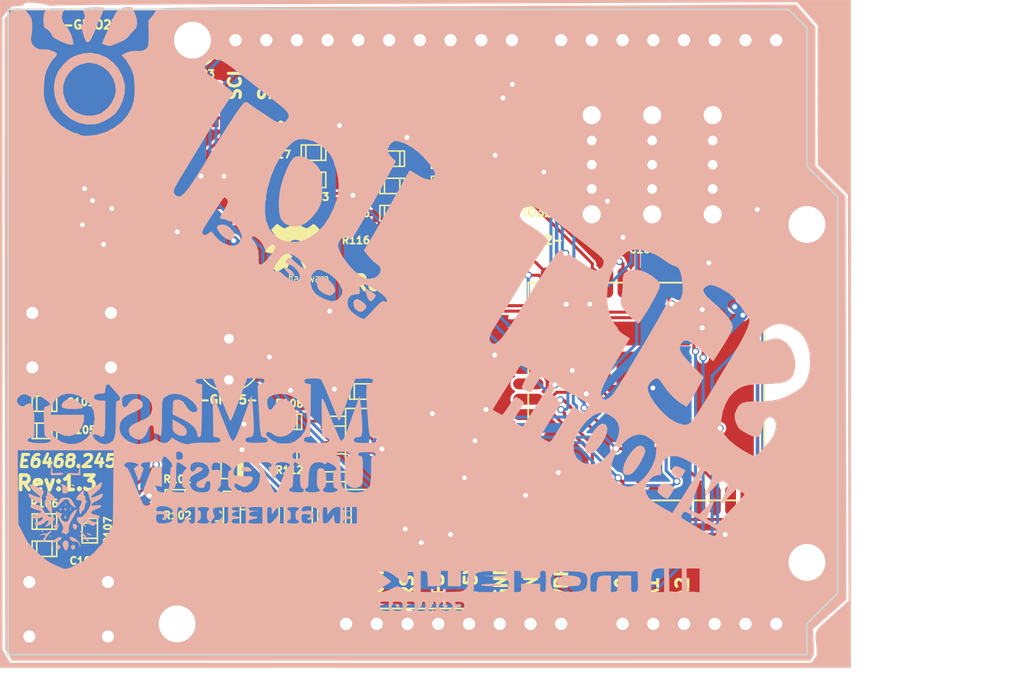
<source format=kicad_pcb>
(kicad_pcb (version 20171130) (host pcbnew no-vcs-found-b395b55~61~ubuntu17.04.1)
  (title_block (date "lun. 30 mars 2015"))
  (layers (0 F.Cu signal) (31 B.Cu signal) (34 B.Paste user) (35 F.Paste user) (36 B.SilkS user hide) (37 F.SilkS user) (38 B.Mask user) (39 F.Mask user) (44 Edge.Cuts user))
  (net 0 "")
  (net 1 /IOREF)
  (net 2 /Reset)
  (net 3 +5V)
  (net 4 GND)
  (net 5 /A0)
  (net 6 /A1)
  (net 7 /A2)
  (net 8 /A3)
  (net 9 /AREF)
  (net 10 "/A4(SDA)")
  (net 11 "/A5(SCL)")
  (net 12 "/9(**)")
  (net 13 /8)
  (net 14 /7)
  (net 15 "/6(**)")
  (net 16 "/5(**)")
  (net 17 /4)
  (net 18 "/3(**)")
  (net 19 /2)
  (net 20 "/1(Tx)")
  (net 21 "/0(Rx)")
  (net 22 "Net-(P5-Pad1)")
  (net 23 "Net-(P6-Pad1)")
  (net 24 "Net-(P7-Pad1)")
  (net 25 "Net-(P8-Pad1)")
  (net 26 "/13(SCK)")
  (net 27 "/10(**/SS)")
  (net 28 "Net-(P1-Pad1)")
  (net 29 +3V3)
  (net 30 "/12(MISO)")
  (net 31 "/11(**/MOSI)")
  (net 32 "Net-(C101-Pad1)")
  (net 33 "Net-(C102-Pad1)")
  (net 34 "Net-(D101-Pad1)")
  (net 35 "Net-(D102-Pad1)")
  (net 36 "Net-(D103-Pad1)")
  (net 37 "Net-(D104-Pad1)")
  (net 38 "Net-(D105-Pad1)")
  (net 39 "Net-(F101-Pad2)")
  (net 40 VPP)
  (net 41 /D-)
  (net 42 /D+)
  (net 43 "Net-(P101-Pad4)")
  (net 44 /EN)
  (net 45 /IO0)
  (net 46 /BATT)
  (net 47 "Net-(Q101-Pad1)")
  (net 48 /USB_RXD)
  (net 49 /USB_TXD)
  (net 50 "Net-(R108-Pad1)")
  (net 51 /LDR)
  (net 52 "Net-(R117-Pad2)")
  (net 53 "Net-(SW103-Pad1)")
  (net 54 /SWITCH0)
  (net 55 /SWITCH1)
  (net 56 "Net-(SW104-Pad1)")
  (net 57 "Net-(SW105-Pad1)")
  (net 58 "Net-(U103-Pad38)")
  (net 59 "Net-(U103-Pad32)")
  (net 60 "Net-(U103-Pad22)")
  (net 61 "Net-(U103-Pad21)")
  (net 62 "Net-(U103-Pad20)")
  (net 63 "Net-(U103-Pad19)")
  (net 64 "Net-(U103-Pad18)")
  (net 65 "Net-(U103-Pad17)")
  (net 66 /A4)
  (net 67 /A5)
  (net 68 "Net-(U102-Pad28)")
  (net 69 "Net-(U102-Pad27)")
  (net 70 "Net-(U102-Pad24)")
  (net 71 "Net-(U102-Pad23)")
  (net 72 "Net-(U102-Pad10)")
  (net 73 "Net-(U102-Pad18)")
  (net 74 "Net-(U102-Pad12)")
  (net 75 "Net-(U102-Pad11)")
  (net 76 "Net-(U102-Pad9)")
  (net 77 "Net-(U102-Pad2)")
  (net 78 "Net-(U102-Pad1)")
  (net 79 "Net-(D1-Pad1)")
  (net 80 "Net-(C1-Pad2)")
  (net 81 "Net-(R3-Pad2)")
  (module project_foot:maciot_logo (layer B.Cu) (at 145.5 99.8 180)
    (fp_text reference G*** hide)
    (fp_text value LOGO hide)
  )
  (module w_logo:Logo_silk_OSHW_6x6mm (layer F.Cu) (at 134.75 92.5)
    (fp_text reference G*** hide)
    (fp_text value LOGO hide)
  )
  (module project_foot:ESP32-WROOM (layer F.Cu) (at 166.748 104.615 90)
    (fp_text reference U103 (at -9.75 8.25 180) (layer F.SilkS) (effects (font (size 0.6 0.6))))
    (fp_text value ESP32-WROOM)
    (pad 38 smd oval (at -9 5.25 90) (size 2.5 0.9) (layers F.Cu F.Paste F.Mask) (net 58 "Net-(U103-Pad38)"))
    (pad 37 smd oval (at -9 3.98 90) (size 2.5 0.9) (layers F.Cu F.Paste F.Mask) (net 31 "/11(**/MOSI)"))
    (pad 36 smd oval (at -9 2.71 90) (size 2.5 0.9) (layers F.Cu F.Paste F.Mask) (net 11 "/A5(SCL)"))
    (pad 35 smd oval (at -9 1.44 90) (size 2.5 0.9) (layers F.Cu F.Paste F.Mask) (net 20 "/1(Tx)"))
    (pad 34 smd oval (at -9 0.17 90) (size 2.5 0.9) (layers F.Cu F.Paste F.Mask) (net 21 "/0(Rx)"))
    (pad 33 smd oval (at -9 -1.1 90) (size 2.5 0.9) (layers F.Cu F.Paste F.Mask) (net 10 "/A4(SDA)"))
    (pad 32 smd oval (at -9 -2.37 90) (size 2.5 0.9) (layers F.Cu F.Paste F.Mask) (net 59 "Net-(U103-Pad32)"))
    (pad 31 smd oval (at -9 -3.64 90) (size 2.5 0.9) (layers F.Cu F.Paste F.Mask) (net 30 "/12(MISO)"))
    (pad 30 smd oval (at -9 -4.91 90) (size 2.5 0.9) (layers F.Cu F.Paste F.Mask) (net 26 "/13(SCK)"))
    (pad 29 smd oval (at -9 -6.18 90) (size 2.5 0.9) (layers F.Cu F.Paste F.Mask) (net 27 "/10(**/SS)"))
    (pad 28 smd oval (at -9 -7.45 90) (size 2.5 0.9) (layers F.Cu F.Paste F.Mask) (net 54 /SWITCH0))
    (pad 27 smd oval (at -9 -8.72 90) (size 2.5 0.9) (layers F.Cu F.Paste F.Mask) (net 55 /SWITCH1))
    (pad 26 smd oval (at -9 -9.99 90) (size 2.5 0.9) (layers F.Cu F.Paste F.Mask) (net 6 /A1))
    (pad 25 smd oval (at -9 -11.26 90) (size 2.5 0.9) (layers F.Cu F.Paste F.Mask) (net 45 /IO0))
    (pad 24 smd oval (at -5.715 -12.75 90) (size 0.9 2.5) (layers F.Cu F.Paste F.Mask) (net 14 /7))
    (pad 23 smd oval (at -4.445 -12.75 90) (size 0.9 2.5) (layers F.Cu F.Paste F.Mask) (net 66 /A4))
    (pad 22 smd oval (at -3.175 -12.75 90) (size 0.9 2.5) (layers F.Cu F.Paste F.Mask) (net 60 "Net-(U103-Pad22)"))
    (pad 21 smd oval (at -1.905 -12.75 90) (size 0.9 2.5) (layers F.Cu F.Paste F.Mask) (net 61 "Net-(U103-Pad21)"))
    (pad 20 smd oval (at -0.635 -12.75 90) (size 0.9 2.5) (layers F.Cu F.Paste F.Mask) (net 62 "Net-(U103-Pad20)"))
    (pad 19 smd oval (at 0.635 -12.75 90) (size 0.9 2.5) (layers F.Cu F.Paste F.Mask) (net 63 "Net-(U103-Pad19)"))
    (pad 18 smd oval (at 1.905 -12.75 90) (size 0.9 2.5) (layers F.Cu F.Paste F.Mask) (net 64 "Net-(U103-Pad18)"))
    (pad 17 smd oval (at 3.175 -12.75 90) (size 0.9 2.5) (layers F.Cu F.Paste F.Mask) (net 65 "Net-(U103-Pad17)"))
    (pad 16 smd oval (at 4.445 -12.75 90) (size 0.9 2.5) (layers F.Cu F.Paste F.Mask) (net 46 /BATT))
    (pad 15 smd oval (at 5.715 -12.75 90) (size 0.9 2.5) (layers F.Cu F.Paste F.Mask) (net 4 GND))
    (pad 14 smd oval (at 9 -11.26 90) (size 2.5 0.9) (layers F.Cu F.Paste F.Mask) (net 13 /8))
    (pad 13 smd oval (at 9 -9.99 90) (size 2.5 0.9) (layers F.Cu F.Paste F.Mask) (net 67 /A5))
    (pad 12 smd oval (at 9 -8.72 90) (size 2.5 0.9) (layers F.Cu F.Paste F.Mask) (net 19 /2))
    (pad 11 smd oval (at 9 -7.45 90) (size 2.5 0.9) (layers F.Cu F.Paste F.Mask) (net 18 "/3(**)"))
    (pad 10 smd oval (at 9 -6.18 90) (size 2.5 0.9) (layers F.Cu F.Paste F.Mask) (net 17 /4))
    (pad 9 smd oval (at 9 -4.91 90) (size 2.5 0.9) (layers F.Cu F.Paste F.Mask) (net 16 "/5(**)"))
    (pad 8 smd oval (at 9 -3.64 90) (size 2.5 0.9) (layers F.Cu F.Paste F.Mask) (net 15 "/6(**)"))
    (pad 7 smd oval (at 9 -2.37 90) (size 2.5 0.9) (layers F.Cu F.Paste F.Mask) (net 8 /A3))
    (pad 6 smd oval (at 9 -1.1 90) (size 2.5 0.9) (layers F.Cu F.Paste F.Mask) (net 7 /A2))
    (pad 5 smd oval (at 9 0.17 90) (size 2.5 0.9) (layers F.Cu F.Paste F.Mask) (net 51 /LDR))
    (pad 4 smd oval (at 9 1.44 90) (size 2.5 0.9) (layers F.Cu F.Paste F.Mask) (net 5 /A0))
    (pad 3 smd oval (at 9 2.71 90) (size 2.5 0.9) (layers F.Cu F.Paste F.Mask) (net 44 /EN))
    (pad 2 smd oval (at 9 3.98 90) (size 2.5 0.9) (layers F.Cu F.Paste F.Mask) (net 29 +3V3))
    (pad 1 smd oval (at 9 5.25 90) (size 2.5 0.9) (layers F.Cu F.Paste F.Mask) (net 4 GND))
    (pad 39 smd rect (at 0.3 -2.45 90) (size 6 6) (layers F.Cu F.Paste F.Mask) (net 4 GND))
  )
  (module Fiducials:Fiducial_1mm_Dia_2.54mm_Outer_CopperTop (layer F.Cu) (at 124.52 99.58)
    (fp_text reference FD1 hide)
    (fp_text value TEST_1P)
    (pad ~ smd circle (at 0 0) (size 1 1) (layers F.Cu F.Mask) (clearance 0.77))
  )
  (module Fiducials:Fiducial_1mm_Dia_2.54mm_Outer_CopperTop (layer F.Cu) (at 124.56 119.51)
    (fp_text reference FD3 hide)
    (fp_text value TEST_1P)
    (pad ~ smd circle (at 0 0) (size 1 1) (layers F.Cu F.Mask) (clearance 0.77))
  )
  (module Fiducials:Fiducial_1mm_Dia_2.54mm_Outer_CopperTop (layer F.Cu) (at 174.748 81.115)
    (fp_text reference FD2 hide)
    (fp_text value TEST_1P)
    (pad ~ smd circle (at 0 0) (size 1 1) (layers F.Cu F.Mask) (clearance 0.77))
  )
  (module Opto-Devices:Resistor_LDR_5.1x4.3_RM3.4 (layer F.Cu) (at 129.25 103.65 90)
    (fp_text reference LDR101 (at 1.7 -2.9 90) (layer F.SilkS) (effects (font (size 0.6 0.6))))
    (fp_text value LDR)
    (pad 1 thru_hole circle (at 0 0 90) (size 1.5 1.5) (drill 0.8) (layers *.Cu *.Mask) (net 51 /LDR))
    (pad 2 thru_hole circle (at 3.4 0 90) (size 1.5 1.5) (drill 0.8) (layers *.Cu *.Mask) (net 29 +3V3))
  )
  (module Socket_Arduino_Uno:Socket_Strip_Arduino_1x08 (layer F.Cu) (at 138.938 123.825)
    (fp_text reference P1 (at -1.308 -2.465 90) (layer F.SilkS) (effects (font (size 0.6 0.6))))
    (fp_text value Power)
    (pad 1 thru_hole oval (at 0 0) (size 1.7272 2.032) (drill 1.016) (layers *.Cu *.Mask F.SilkS) (net 28 "Net-(P1-Pad1)"))
    (pad 2 thru_hole oval (at 2.54 0) (size 1.7272 2.032) (drill 1.016) (layers *.Cu *.Mask F.SilkS) (net 1 /IOREF))
    (pad 3 thru_hole oval (at 5.08 0) (size 1.7272 2.032) (drill 1.016) (layers *.Cu *.Mask F.SilkS) (net 2 /Reset))
    (pad 4 thru_hole oval (at 7.62 0) (size 1.7272 2.032) (drill 1.016) (layers *.Cu *.Mask F.SilkS) (net 29 +3V3))
    (pad 5 thru_hole oval (at 10.16 0) (size 1.7272 2.032) (drill 1.016) (layers *.Cu *.Mask F.SilkS) (net 3 +5V))
    (pad 6 thru_hole oval (at 12.7 0) (size 1.7272 2.032) (drill 1.016) (layers *.Cu *.Mask F.SilkS) (net 4 GND))
    (pad 7 thru_hole oval (at 15.24 0) (size 1.7272 2.032) (drill 1.016) (layers *.Cu *.Mask F.SilkS) (net 4 GND))
    (pad 8 thru_hole oval (at 17.78 0) (size 1.7272 2.032) (drill 1.016) (layers *.Cu *.Mask F.SilkS) (net 40 VPP))
  )
  (module Socket_Arduino_Uno:Socket_Strip_Arduino_1x06 (layer F.Cu) (at 161.798 123.825)
    (fp_text reference P2 (at -2.3 0.04 90) (layer F.SilkS) (effects (font (size 0.6 0.6))))
    (fp_text value Analog)
    (pad 1 thru_hole oval (at 0 0) (size 1.7272 2.032) (drill 1.016) (layers *.Cu *.Mask F.SilkS) (net 5 /A0))
    (pad 2 thru_hole oval (at 2.54 0) (size 1.7272 2.032) (drill 1.016) (layers *.Cu *.Mask F.SilkS) (net 6 /A1))
    (pad 3 thru_hole oval (at 5.08 0) (size 1.7272 2.032) (drill 1.016) (layers *.Cu *.Mask F.SilkS) (net 7 /A2))
    (pad 4 thru_hole oval (at 7.62 0) (size 1.7272 2.032) (drill 1.016) (layers *.Cu *.Mask F.SilkS) (net 8 /A3))
    (pad 5 thru_hole oval (at 10.16 0) (size 1.7272 2.032) (drill 1.016) (layers *.Cu *.Mask F.SilkS) (net 66 /A4))
    (pad 6 thru_hole oval (at 12.7 0) (size 1.7272 2.032) (drill 1.016) (layers *.Cu *.Mask F.SilkS) (net 67 /A5))
  )
  (module Socket_Arduino_Uno:Socket_Strip_Arduino_1x10 (layer F.Cu) (at 129.794 75.565)
    (fp_text reference P3 (at -2.296 2.8) (layer F.SilkS) (effects (font (size 0.6 0.6))))
    (fp_text value Digital)
    (pad 1 thru_hole oval (at 0 0) (size 1.7272 2.032) (drill 1.016) (layers *.Cu *.Mask F.SilkS) (net 11 "/A5(SCL)"))
    (pad 2 thru_hole oval (at 2.54 0) (size 1.7272 2.032) (drill 1.016) (layers *.Cu *.Mask F.SilkS) (net 10 "/A4(SDA)"))
    (pad 3 thru_hole oval (at 5.08 0) (size 1.7272 2.032) (drill 1.016) (layers *.Cu *.Mask F.SilkS) (net 9 /AREF))
    (pad 4 thru_hole oval (at 7.62 0) (size 1.7272 2.032) (drill 1.016) (layers *.Cu *.Mask F.SilkS) (net 4 GND))
    (pad 5 thru_hole oval (at 10.16 0) (size 1.7272 2.032) (drill 1.016) (layers *.Cu *.Mask F.SilkS) (net 26 "/13(SCK)"))
    (pad 6 thru_hole oval (at 12.7 0) (size 1.7272 2.032) (drill 1.016) (layers *.Cu *.Mask F.SilkS) (net 30 "/12(MISO)"))
    (pad 7 thru_hole oval (at 15.24 0) (size 1.7272 2.032) (drill 1.016) (layers *.Cu *.Mask F.SilkS) (net 31 "/11(**/MOSI)"))
    (pad 8 thru_hole oval (at 17.78 0) (size 1.7272 2.032) (drill 1.016) (layers *.Cu *.Mask F.SilkS) (net 27 "/10(**/SS)"))
    (pad 9 thru_hole oval (at 20.32 0) (size 1.7272 2.032) (drill 1.016) (layers *.Cu *.Mask F.SilkS) (net 12 "/9(**)"))
    (pad 10 thru_hole oval (at 22.86 0) (size 1.7272 2.032) (drill 1.016) (layers *.Cu *.Mask F.SilkS) (net 13 /8))
  )
  (module Socket_Arduino_Uno:Socket_Strip_Arduino_1x08 (layer F.Cu) (at 156.718 75.565)
    (fp_text reference P4 (at 19.53 2.3 180) (layer F.SilkS) (effects (font (size 0.6 0.6))))
    (fp_text value Digital)
    (pad 1 thru_hole oval (at 0 0) (size 1.7272 2.032) (drill 1.016) (layers *.Cu *.Mask F.SilkS) (net 14 /7))
    (pad 2 thru_hole oval (at 2.54 0) (size 1.7272 2.032) (drill 1.016) (layers *.Cu *.Mask F.SilkS) (net 15 "/6(**)"))
    (pad 3 thru_hole oval (at 5.08 0) (size 1.7272 2.032) (drill 1.016) (layers *.Cu *.Mask F.SilkS) (net 16 "/5(**)"))
    (pad 4 thru_hole oval (at 7.62 0) (size 1.7272 2.032) (drill 1.016) (layers *.Cu *.Mask F.SilkS) (net 17 /4))
    (pad 5 thru_hole oval (at 10.16 0) (size 1.7272 2.032) (drill 1.016) (layers *.Cu *.Mask F.SilkS) (net 18 "/3(**)"))
    (pad 6 thru_hole oval (at 12.7 0) (size 1.7272 2.032) (drill 1.016) (layers *.Cu *.Mask F.SilkS) (net 19 /2))
    (pad 7 thru_hole oval (at 15.24 0) (size 1.7272 2.032) (drill 1.016) (layers *.Cu *.Mask F.SilkS) (net 20 "/1(Tx)"))
    (pad 8 thru_hole oval (at 17.78 0) (size 1.7272 2.032) (drill 1.016) (layers *.Cu *.Mask F.SilkS) (net 21 "/0(Rx)"))
  )
  (module Socket_Arduino_Uno:Arduino_1pin (layer F.Cu) (at 124.968 123.825)
    (fp_text reference P5 hide)
    (fp_text value CONN_01X01 hide)
    (pad 1 thru_hole circle (at 0 0) (size 4.064 4.064) (drill 3.048) (layers *.Cu *.Mask F.SilkS) (net 22 "Net-(P5-Pad1)"))
  )
  (module Socket_Arduino_Uno:Arduino_1pin (layer F.Cu) (at 177.038 118.745)
    (fp_text reference P6 hide)
    (fp_text value CONN_01X01 hide)
    (pad 1 thru_hole circle (at 0 0) (size 4.064 4.064) (drill 3.048) (layers *.Cu *.Mask F.SilkS) (net 23 "Net-(P6-Pad1)"))
  )
  (module Socket_Arduino_Uno:Arduino_1pin (layer F.Cu) (at 126.238 75.565)
    (fp_text reference P7 hide)
    (fp_text value CONN_01X01 hide)
    (pad 1 thru_hole circle (at 0 0) (size 4.064 4.064) (drill 3.048) (layers *.Cu *.Mask F.SilkS) (net 24 "Net-(P7-Pad1)"))
  )
  (module Socket_Arduino_Uno:Arduino_1pin (layer F.Cu) (at 177.038 90.805)
    (fp_text reference P8 hide)
    (fp_text value CONN_01X01 hide)
    (pad 1 thru_hole circle (at 0 0) (size 4.064 4.064) (drill 3.048) (layers *.Cu *.Mask F.SilkS) (net 25 "Net-(P8-Pad1)"))
  )
  (module w_smd_cap:c_0805 (layer F.Cu) (at 113.998 105.615)
    (fp_text reference C101 (at 3.002 -0.115) (layer F.SilkS) (effects (font (size 0.6 0.6))))
    (fp_text value 10nf hide)
    (pad 2 smd rect (at -0.9525 0) (size 1.30048 1.4986) (layers F.Cu F.Paste F.Mask) (net 4 GND))
    (pad 1 smd rect (at 0.9525 0) (size 1.30048 1.4986) (layers F.Cu F.Paste F.Mask) (net 32 "Net-(C101-Pad1)"))
  )
  (module w_smd_cap:c_0805 (layer F.Cu) (at 113.998 117.615)
    (fp_text reference C102 (at 3.25 1) (layer F.SilkS) (effects (font (size 0.6 0.6))))
    (fp_text value 10nf hide)
    (pad 1 smd rect (at 0.9525 0) (size 1.30048 1.4986) (layers F.Cu F.Paste F.Mask) (net 33 "Net-(C102-Pad1)"))
    (pad 2 smd rect (at -0.9525 0) (size 1.30048 1.4986) (layers F.Cu F.Paste F.Mask) (net 4 GND))
  )
  (module w_smd_cap:c_1210 (layer F.Cu) (at 140.498 114.865 180)
    (fp_text reference C103 (at 0.0254 -2 180) (layer F.SilkS) (effects (font (size 0.6 0.6))))
    (fp_text value 10uf hide)
    (pad 1 smd rect (at 1.397 0 180) (size 1.6002 2.6924) (layers F.Cu F.Paste F.Mask) (net 29 +3V3))
    (pad 2 smd rect (at -1.397 0 180) (size 1.6002 2.6924) (layers F.Cu F.Paste F.Mask) (net 4 GND))
  )
  (module w_smd_cap:c_0805 (layer F.Cu) (at 144.748 113.615 90)
    (fp_text reference C104 (at 0 1.5 90) (layer F.SilkS) (effects (font (size 0.6 0.6))))
    (fp_text value 0.1uf hide)
    (pad 2 smd rect (at -0.9525 0 90) (size 1.30048 1.4986) (layers F.Cu F.Paste F.Mask) (net 4 GND))
    (pad 1 smd rect (at 0.9525 0 90) (size 1.30048 1.4986) (layers F.Cu F.Paste F.Mask) (net 29 +3V3))
  )
  (module w_smd_cap:c_0805 (layer F.Cu) (at 127.248 93.615 90)
    (fp_text reference C105 (at 0 1.5 90) (layer F.SilkS) (effects (font (size 0.6 0.6))))
    (fp_text value 0.1uf hide)
    (pad 2 smd rect (at -0.9525 0 90) (size 1.30048 1.4986) (layers F.Cu F.Paste F.Mask) (net 4 GND))
    (pad 1 smd rect (at 0.9525 0 90) (size 1.30048 1.4986) (layers F.Cu F.Paste F.Mask) (net 3 +5V))
  )
  (module w_smd_cap:c_0805 (layer F.Cu) (at 124.998 93.615 90)
    (fp_text reference C106 (at 0 -1.5 90) (layer F.SilkS) (effects (font (size 0.6 0.6))))
    (fp_text value 0.1uf hide)
    (pad 1 smd rect (at 0.9525 0 90) (size 1.30048 1.4986) (layers F.Cu F.Paste F.Mask) (net 3 +5V))
    (pad 2 smd rect (at -0.9525 0 90) (size 1.30048 1.4986) (layers F.Cu F.Paste F.Mask) (net 4 GND))
  )
  (module w_smd_cap:c_0805 (layer F.Cu) (at 122.023 90.165)
    (fp_text reference C107 (at -0.85 -1.475) (layer F.SilkS) (effects (font (size 0.6 0.6))))
    (fp_text value 0.1uf hide)
    (pad 1 smd rect (at 0.9525 0) (size 1.30048 1.4986) (layers F.Cu F.Paste F.Mask) (net 29 +3V3))
    (pad 2 smd rect (at -0.9525 0) (size 1.30048 1.4986) (layers F.Cu F.Paste F.Mask) (net 4 GND))
  )
  (module w_smd_cap:c_0805 (layer F.Cu) (at 120.973 92.39)
    (fp_text reference C108 (at 0 1.45) (layer F.SilkS) (effects (font (size 0.6 0.6))))
    (fp_text value 0.1uf hide)
    (pad 2 smd rect (at -0.9525 0) (size 1.30048 1.4986) (layers F.Cu F.Paste F.Mask) (net 4 GND))
    (pad 1 smd rect (at 0.9525 0) (size 1.30048 1.4986) (layers F.Cu F.Paste F.Mask) (net 29 +3V3))
  )
  (module w_smd_cap:c_0805 (layer F.Cu) (at 166.498 92.865)
    (fp_text reference C109 (at -3 0) (layer F.SilkS) (effects (font (size 0.6 0.6))))
    (fp_text value 0.1uf hide)
    (pad 1 smd rect (at 0.9525 0) (size 1.30048 1.4986) (layers F.Cu F.Paste F.Mask) (net 29 +3V3))
    (pad 2 smd rect (at -0.9525 0) (size 1.30048 1.4986) (layers F.Cu F.Paste F.Mask) (net 4 GND))
  )
  (module w_smd_diode:sod323 (layer F.Cu) (at 129.498 111.115)
    (fp_text reference D101 (at -0.748 -1.365) (layer F.SilkS) (effects (font (size 0.6 0.6))))
    (fp_text value BAT60 hide)
    (pad 2 smd rect (at 1.09982 0) (size 1.00076 0.59944) (layers F.Cu F.Paste F.Mask) (net 3 +5V))
    (pad 1 smd rect (at -1.09982 0) (size 1.00076 0.59944) (layers F.Cu F.Paste F.Mask) (net 34 "Net-(D101-Pad1)"))
  )
  (module w_smd_leds:Led_0805 (layer F.Cu) (at 146.998 85.365)
    (fp_text reference D102 (at 3.25 0) (layer F.SilkS) (effects (font (size 0.6 0.6))))
    (fp_text value LED hide)
    (pad 2 smd rect (at 1.04902 0) (size 1.19888 1.19888) (layers F.Cu F.Paste F.Mask) (net 18 "/3(**)"))
    (pad 1 smd rect (at -1.04902 0) (size 1.19888 1.19888) (layers F.Cu F.Paste F.Mask) (net 35 "Net-(D102-Pad1)"))
  )
  (module w_smd_leds:Led_0805 (layer F.Cu) (at 146.998 87.615)
    (fp_text reference D103 (at 3.25 0) (layer F.SilkS) (effects (font (size 0.6 0.6))))
    (fp_text value LED hide)
    (pad 1 smd rect (at -1.04902 0) (size 1.19888 1.19888) (layers F.Cu F.Paste F.Mask) (net 36 "Net-(D103-Pad1)"))
    (pad 2 smd rect (at 1.04902 0) (size 1.19888 1.19888) (layers F.Cu F.Paste F.Mask) (net 16 "/5(**)"))
  )
  (module w_smd_leds:Led_0805 (layer F.Cu) (at 146.998 89.865)
    (fp_text reference D104 (at 3.25 0) (layer F.SilkS) (effects (font (size 0.6 0.6))))
    (fp_text value LED hide)
    (pad 2 smd rect (at 1.04902 0) (size 1.19888 1.19888) (layers F.Cu F.Paste F.Mask) (net 15 "/6(**)"))
    (pad 1 smd rect (at -1.04902 0) (size 1.19888 1.19888) (layers F.Cu F.Paste F.Mask) (net 37 "Net-(D104-Pad1)"))
  )
  (module w_smd_leds:Led_0805 (layer F.Cu) (at 146.998 92.115)
    (fp_text reference D105 (at 3.25 0) (layer F.SilkS) (effects (font (size 0.6 0.6))))
    (fp_text value LED hide)
    (pad 1 smd rect (at -1.04902 0) (size 1.19888 1.19888) (layers F.Cu F.Paste F.Mask) (net 38 "Net-(D105-Pad1)"))
    (pad 2 smd rect (at 1.04902 0) (size 1.19888 1.19888) (layers F.Cu F.Paste F.Mask) (net 13 /8))
  )
  (module w_smd_resistors:r_1210 (layer F.Cu) (at 134.998 114.865 180)
    (fp_text reference F101 (at 0 -2 180) (layer F.SilkS) (effects (font (size 0.6 0.6))))
    (fp_text value FUSE hide)
    (pad 1 smd rect (at 1.397 0 180) (size 1.6002 2.6924) (layers F.Cu F.Paste F.Mask) (net 34 "Net-(D101-Pad1)"))
    (pad 2 smd rect (at -1.397 0 180) (size 1.6002 2.6924) (layers F.Cu F.Paste F.Mask) (net 39 "Net-(F101-Pad2)"))
  )
  (module w_conn_pc:conn_usb_B_micro_smd (layer F.Cu) (at 113.248 89.5284 270)
    (fp_text reference P101 (at -4.5284 -2.552) (layer F.SilkS) (effects (font (size 0.6 0.6))))
    (fp_text value USB_OTG hide)
    (pad "" smd rect (at -0.8382 0 270) (size 1.17348 1.89738) (layers F.Cu F.Paste F.Mask))
    (pad "" smd rect (at 0.8382 0 270) (size 1.17348 1.89738) (layers F.Cu F.Paste F.Mask))
    (pad "" smd rect (at 2.91338 0 270) (size 2.3749 1.89738) (layers F.Cu F.Paste F.Mask))
    (pad "" smd rect (at -2.91338 0 270) (size 2.3749 1.89738) (layers F.Cu F.Paste F.Mask))
    (pad "" smd rect (at 2.46126 -2.2987 270) (size 1.4732 2.10058) (layers F.Cu F.Paste F.Mask))
    (pad "" smd rect (at -2.46126 -2.2987 270) (size 1.4732 2.10058) (layers F.Cu F.Paste F.Mask))
    (pad 1 smd rect (at -1.30048 -2.65938 270) (size 0.44958 1.37922) (layers F.Cu F.Paste F.Mask) (net 3 +5V))
    (pad 2 smd rect (at -0.65024 -2.65938 270) (size 0.44958 1.37922) (layers F.Cu F.Paste F.Mask) (net 41 /D-))
    (pad 3 smd rect (at 0 -2.65938 270) (size 0.44958 1.37922) (layers F.Cu F.Paste F.Mask) (net 42 /D+))
    (pad 4 smd rect (at 0.65024 -2.65938 270) (size 0.44958 1.37922) (layers F.Cu F.Paste F.Mask) (net 43 "Net-(P101-Pad4)"))
    (pad 5 smd rect (at 1.30048 -2.65938 270) (size 0.44958 1.37922) (layers F.Cu F.Paste F.Mask) (net 4 GND))
  )
  (module Measurement_Points:Measurement_Point_Round-SMD-Pad_Small (layer B.Cu) (at 139.498 87.115)
    (fp_text reference P102 hide)
    (fp_text value TST)
    (pad 1 smd circle (at 0 0) (size 1.5 1.5) (layers B.Cu B.Mask) (net 20 "/1(Tx)"))
  )
  (module Measurement_Points:Measurement_Point_Round-SMD-Pad_Small (layer B.Cu) (at 135.998 82.615)
    (fp_text reference P103 hide)
    (fp_text value TST)
    (pad 1 smd circle (at 0 0) (size 1.5 1.5) (layers B.Cu B.Mask) (net 21 "/0(Rx)"))
  )
  (module Measurement_Points:Measurement_Point_Round-SMD-Pad_Small (layer B.Cu) (at 169.498 98.615)
    (fp_text reference P104 hide)
    (fp_text value TST)
    (pad 1 smd circle (at 0 0) (size 1.5 1.5) (layers B.Cu B.Mask) (net 44 /EN))
  )
  (module Measurement_Points:Measurement_Point_Round-SMD-Pad_Small (layer B.Cu) (at 157.748 110.365)
    (fp_text reference P105 hide)
    (fp_text value TST)
    (pad 1 smd circle (at 0 0) (size 1.5 1.5) (layers B.Cu B.Mask) (net 45 /IO0))
  )
  (module Measurement_Points:Measurement_Point_Round-SMD-Pad_Small (layer B.Cu) (at 158.248 99.615)
    (fp_text reference P106 hide)
    (fp_text value TST)
    (pad 1 smd circle (at 0 0) (size 1.5 1.5) (layers B.Cu B.Mask) (net 11 "/A5(SCL)"))
  )
  (module Measurement_Points:Measurement_Point_Round-SMD-Pad_Small (layer B.Cu) (at 154.8 97.6)
    (fp_text reference P107 hide)
    (fp_text value TST)
    (pad 1 smd circle (at 0 0) (size 1.5 1.5) (layers B.Cu B.Mask) (net 13 /8))
  )
  (module Measurement_Points:Measurement_Point_Round-SMD-Pad_Small (layer B.Cu) (at 149.498 101.365)
    (fp_text reference P108 hide)
    (fp_text value TST)
    (pad 1 smd circle (at 0 0) (size 1.5 1.5) (layers B.Cu B.Mask) (net 46 /BATT))
  )
  (module Measurement_Points:Measurement_Point_Round-SMD-Pad_Small (layer B.Cu) (at 165.4 109)
    (fp_text reference P109 hide)
    (fp_text value TST)
    (pad 1 smd circle (at 0 0) (size 1.5 1.5) (layers B.Cu B.Mask) (net 10 "/A4(SDA)"))
  )
  (module Measurement_Points:Measurement_Point_Round-SMD-Pad_Small (layer B.Cu) (at 147.248 104.865)
    (fp_text reference P110 hide)
    (fp_text value TST)
    (pad 1 smd circle (at 0 0) (size 1.5 1.5) (layers B.Cu B.Mask) (net 40 VPP))
  )
  (module Measurement_Points:Measurement_Point_Round-SMD-Pad_Small (layer B.Cu) (at 145.998 109.365)
    (fp_text reference P111 hide)
    (fp_text value TST)
    (pad 1 smd circle (at 0 0) (size 1.5 1.5) (layers B.Cu B.Mask) (net 29 +3V3))
  )
  (module Measurement_Points:Measurement_Point_Round-SMD-Pad_Small (layer B.Cu) (at 130.248 93.365)
    (fp_text reference P112 hide)
    (fp_text value TST)
    (pad 1 smd circle (at 0 0) (size 1.5 1.5) (layers B.Cu B.Mask) (net 3 +5V))
  )
  (module Measurement_Points:Measurement_Point_Round-SMD-Pad_Small (layer B.Cu) (at 146.998 97.365)
    (fp_text reference P113 hide)
    (fp_text value TST)
    (pad 1 smd circle (at 0 0) (size 1.5 1.5) (layers B.Cu B.Mask) (net 4 GND))
  )
  (module w_smd_trans:sot23 (layer F.Cu) (at 129.498 114.365 270)
    (fp_text reference Q101 (at 2.25 0.25) (layer F.SilkS) (effects (font (size 0.6 0.6))))
    (fp_text value Q_PMOS_GDS hide)
    (pad 1 smd rect (at -0.9525 1.05664 270) (size 0.59944 1.00076) (layers F.Cu F.Paste F.Mask) (net 47 "Net-(Q101-Pad1)"))
    (pad 2 smd rect (at 0 -1.05664 270) (size 0.59944 1.00076) (layers F.Cu F.Paste F.Mask) (net 34 "Net-(D101-Pad1)"))
    (pad 3 smd rect (at 0.9525 1.05664 270) (size 0.59944 1.00076) (layers F.Cu F.Paste F.Mask) (net 40 VPP))
  )
  (module w_smd_resistors:r_0805 (layer F.Cu) (at 124.998 113.365)
    (fp_text reference R101 (at 0 -1.5) (layer F.SilkS) (effects (font (size 0.6 0.6))))
    (fp_text value 100 hide)
    (pad 1 smd rect (at 0.9525 0) (size 1.30048 1.4986) (layers F.Cu F.Paste F.Mask) (net 47 "Net-(Q101-Pad1)"))
    (pad 2 smd rect (at -0.9525 0) (size 1.30048 1.4986) (layers F.Cu F.Paste F.Mask) (net 3 +5V))
  )
  (module w_smd_resistors:r_0805 (layer F.Cu) (at 124.998 116.365)
    (fp_text reference R102 (at 0 -1.5) (layer F.SilkS) (effects (font (size 0.6 0.6))))
    (fp_text value 10k hide)
    (pad 2 smd rect (at -0.9525 0) (size 1.30048 1.4986) (layers F.Cu F.Paste F.Mask) (net 4 GND))
    (pad 1 smd rect (at 0.9525 0) (size 1.30048 1.4986) (layers F.Cu F.Paste F.Mask) (net 47 "Net-(Q101-Pad1)"))
  )
  (module w_smd_resistors:r_0805 (layer F.Cu) (at 136.248 87.115)
    (fp_text reference R103 (at 0.13 1.41) (layer F.SilkS) (effects (font (size 0.6 0.6))))
    (fp_text value 0 hide)
    (pad 1 smd rect (at 0.9525 0) (size 1.30048 1.4986) (layers F.Cu F.Paste F.Mask) (net 48 /USB_RXD))
    (pad 2 smd rect (at -0.9525 0) (size 1.30048 1.4986) (layers F.Cu F.Paste F.Mask) (net 20 "/1(Tx)"))
  )
  (module w_smd_resistors:r_0805 (layer F.Cu) (at 136.248 82.615 180)
    (fp_text reference R104 (at 3 0 180) (layer F.SilkS) (effects (font (size 0.6 0.6))))
    (fp_text value 0 hide)
    (pad 2 smd rect (at -0.9525 0 180) (size 1.30048 1.4986) (layers F.Cu F.Paste F.Mask) (net 21 "/0(Rx)"))
    (pad 1 smd rect (at 0.9525 0 180) (size 1.30048 1.4986) (layers F.Cu F.Paste F.Mask) (net 49 /USB_TXD))
  )
  (module w_smd_resistors:r_0805 (layer F.Cu) (at 113.998 107.865 180)
    (fp_text reference R105 (at -3.102 0.065 180) (layer F.SilkS) (effects (font (size 0.6 0.6))))
    (fp_text value 390 hide)
    (pad 2 smd rect (at -0.9525 0 180) (size 1.30048 1.4986) (layers F.Cu F.Paste F.Mask) (net 32 "Net-(C101-Pad1)"))
    (pad 1 smd rect (at 0.9525 0 180) (size 1.30048 1.4986) (layers F.Cu F.Paste F.Mask) (net 45 /IO0))
  )
  (module w_smd_resistors:r_0805 (layer F.Cu) (at 113.998 115.365)
    (fp_text reference R106 (at 0 -1.5) (layer F.SilkS) (effects (font (size 0.6 0.6))))
    (fp_text value 390 hide)
    (pad 1 smd rect (at 0.9525 0) (size 1.30048 1.4986) (layers F.Cu F.Paste F.Mask) (net 44 /EN))
    (pad 2 smd rect (at -0.9525 0) (size 1.30048 1.4986) (layers F.Cu F.Paste F.Mask) (net 33 "Net-(C102-Pad1)"))
  )
  (module w_smd_resistors:r_0805 (layer F.Cu) (at 117.748 116.115 90)
    (fp_text reference R107 (at 0 1.5 90) (layer F.SilkS) (effects (font (size 0.6 0.6))))
    (fp_text value 12k hide)
    (pad 1 smd rect (at 0.9525 0 90) (size 1.30048 1.4986) (layers F.Cu F.Paste F.Mask) (net 44 /EN))
    (pad 2 smd rect (at -0.9525 0 90) (size 1.30048 1.4986) (layers F.Cu F.Paste F.Mask) (net 29 +3V3))
  )
  (module w_smd_resistors:r_0805 (layer F.Cu) (at 134.248 107.115)
    (fp_text reference R108 (at 0 -1.5) (layer F.SilkS) (effects (font (size 0.6 0.6))))
    (fp_text value 390 hide)
    (pad 2 smd rect (at -0.9525 0) (size 1.30048 1.4986) (layers F.Cu F.Paste F.Mask) (net 4 GND))
    (pad 1 smd rect (at 0.9525 0) (size 1.30048 1.4986) (layers F.Cu F.Paste F.Mask) (net 50 "Net-(R108-Pad1)"))
  )
  (module w_smd_resistors:r_0805 (layer F.Cu) (at 133.498 103.115 180)
    (fp_text reference R109 (at -3 0 180) (layer F.SilkS) (effects (font (size 0.6 0.6))))
    (fp_text value 100k hide)
    (pad 1 smd rect (at 0.9525 0 180) (size 1.30048 1.4986) (layers F.Cu F.Paste F.Mask) (net 51 /LDR))
    (pad 2 smd rect (at -0.9525 0 180) (size 1.30048 1.4986) (layers F.Cu F.Paste F.Mask) (net 4 GND))
  )
  (module w_smd_resistors:r_0805 (layer F.Cu) (at 140.248 104.615)
    (fp_text reference R110 (at 0 -1.5) (layer F.SilkS) (effects (font (size 0.6 0.6))))
    (fp_text value 10k hide)
    (pad 2 smd rect (at -0.9525 0) (size 1.30048 1.4986) (layers F.Cu F.Paste F.Mask) (net 4 GND))
    (pad 1 smd rect (at 0.9525 0) (size 1.30048 1.4986) (layers F.Cu F.Paste F.Mask) (net 46 /BATT))
  )
  (module w_smd_resistors:r_0805 (layer F.Cu) (at 144.248 104.615)
    (fp_text reference R111 (at 0 -1.5) (layer F.SilkS) (effects (font (size 0.6 0.6))))
    (fp_text value 50k hide)
    (pad 1 smd rect (at 0.9525 0) (size 1.30048 1.4986) (layers F.Cu F.Paste F.Mask) (net 40 VPP))
    (pad 2 smd rect (at -0.9525 0) (size 1.30048 1.4986) (layers F.Cu F.Paste F.Mask) (net 46 /BATT))
  )
  (module w_smd_resistors:r_0805 (layer F.Cu) (at 134.248 109.615 180)
    (fp_text reference R112 (at 0 -1.5 180) (layer F.SilkS) (effects (font (size 0.6 0.6))))
    (fp_text value 240 hide)
    (pad 1 smd rect (at 0.9525 0 180) (size 1.30048 1.4986) (layers F.Cu F.Paste F.Mask) (net 29 +3V3))
    (pad 2 smd rect (at -0.9525 0 180) (size 1.30048 1.4986) (layers F.Cu F.Paste F.Mask) (net 50 "Net-(R108-Pad1)"))
  )
  (module w_smd_resistors:r_0805 (layer F.Cu) (at 142.748 85.365 180)
    (fp_text reference R113 (at 3 0 180) (layer F.SilkS) (effects (font (size 0.6 0.6))))
    (fp_text value 390 hide)
    (pad 2 smd rect (at -0.9525 0 180) (size 1.30048 1.4986) (layers F.Cu F.Paste F.Mask) (net 35 "Net-(D102-Pad1)"))
    (pad 1 smd rect (at 0.9525 0 180) (size 1.30048 1.4986) (layers F.Cu F.Paste F.Mask) (net 4 GND))
  )
  (module w_smd_resistors:r_0805 (layer F.Cu) (at 142.748 87.615 180)
    (fp_text reference R114 (at 3 0 180) (layer F.SilkS) (effects (font (size 0.6 0.6))))
    (fp_text value 390 hide)
    (pad 2 smd rect (at -0.9525 0 180) (size 1.30048 1.4986) (layers F.Cu F.Paste F.Mask) (net 36 "Net-(D103-Pad1)"))
    (pad 1 smd rect (at 0.9525 0 180) (size 1.30048 1.4986) (layers F.Cu F.Paste F.Mask) (net 4 GND))
  )
  (module w_smd_resistors:r_0805 (layer F.Cu) (at 142.748 89.865 180)
    (fp_text reference R115 (at 3 0 180) (layer F.SilkS) (effects (font (size 0.6 0.6))))
    (fp_text value 390 hide)
    (pad 2 smd rect (at -0.9525 0 180) (size 1.30048 1.4986) (layers F.Cu F.Paste F.Mask) (net 37 "Net-(D104-Pad1)"))
    (pad 1 smd rect (at 0.9525 0 180) (size 1.30048 1.4986) (layers F.Cu F.Paste F.Mask) (net 4 GND))
  )
  (module w_smd_resistors:r_0805 (layer F.Cu) (at 142.748 92.115 180)
    (fp_text reference R116 (at 3 0 180) (layer F.SilkS) (effects (font (size 0.6 0.6))))
    (fp_text value 390 hide)
    (pad 1 smd rect (at 0.9525 0 180) (size 1.30048 1.4986) (layers F.Cu F.Paste F.Mask) (net 4 GND))
    (pad 2 smd rect (at -0.9525 0 180) (size 1.30048 1.4986) (layers F.Cu F.Paste F.Mask) (net 38 "Net-(D105-Pad1)"))
  )
  (module w_smd_resistors:r_0805 (layer F.Cu) (at 136.248 84.865)
    (fp_text reference R117 (at -3.03 0.15) (layer F.SilkS) (effects (font (size 0.6 0.6))))
    (fp_text value 390 hide)
    (pad 1 smd rect (at 0.9525 0) (size 1.30048 1.4986) (layers F.Cu F.Paste F.Mask) (net 48 /USB_RXD))
    (pad 2 smd rect (at -0.9525 0) (size 1.30048 1.4986) (layers F.Cu F.Paste F.Mask) (net 52 "Net-(R117-Pad2)"))
  )
  (module w_smd_resistors:r_0805 (layer F.Cu) (at 149.998 110.365 180)
    (fp_text reference R118 (at 0 -1.5 180) (layer F.SilkS) (effects (font (size 0.6 0.6))))
    (fp_text value 5k hide)
    (pad 2 smd rect (at -0.9525 0 180) (size 1.30048 1.4986) (layers F.Cu F.Paste F.Mask) (net 14 /7))
    (pad 1 smd rect (at 0.9525 0 180) (size 1.30048 1.4986) (layers F.Cu F.Paste F.Mask) (net 4 GND))
  )
  (module w_smd_resistors:r_0805 (layer F.Cu) (at 149.998 113.365)
    (fp_text reference R119 (at 0 1.5) (layer F.SilkS) (effects (font (size 0.6 0.6))))
    (fp_text value 5k hide)
    (pad 1 smd rect (at 0.9525 0) (size 1.30048 1.4986) (layers F.Cu F.Paste F.Mask) (net 45 /IO0))
    (pad 2 smd rect (at -0.9525 0) (size 1.30048 1.4986) (layers F.Cu F.Paste F.Mask) (net 29 +3V3))
  )
  (module w_switch:PCB_PUSH (layer F.Cu) (at 116.248 100.365 90)
    (fp_text reference SW101 (at -3.735 1.252 180) (layer F.SilkS) (effects (font (size 0.6 0.6))))
    (fp_text value FLASH (at 0.165 5.352 90) (layer F.SilkS) (effects (font (thickness 0.2))))
    (pad 3 thru_hole circle (at -2.25044 3.2512 90) (size 1.99898 1.99898) (drill 1.00076) (layers *.Cu *.Mask F.SilkS))
    (pad 4 thru_hole circle (at 2.25044 -3.2512 90) (size 1.99898 1.99898) (drill 1.00076) (layers *.Cu *.Mask F.SilkS))
    (pad 2 thru_hole circle (at 2.25044 3.2512 90) (size 1.99898 1.99898) (drill 1.00076) (layers *.Cu *.Mask F.SilkS) (net 32 "Net-(C101-Pad1)"))
    (pad 1 thru_hole circle (at -2.25044 -3.2512 90) (size 1.99898 1.99898) (drill 1.00076) (layers *.Cu *.Mask F.SilkS) (net 4 GND))
  )
  (module w_switch:PCB_PUSH (layer F.Cu) (at 115.998 122.615 90)
    (fp_text reference SW102 (at 4.015 4.302 180) (layer F.SilkS) (effects (font (size 0.6 0.6))))
    (fp_text value ENABLE (at -0.135 5.402 90) (layer F.SilkS) (effects (font (thickness 0.2))))
    (pad 1 thru_hole circle (at -2.25044 -3.2512 90) (size 1.99898 1.99898) (drill 1.00076) (layers *.Cu *.Mask F.SilkS) (net 4 GND))
    (pad 2 thru_hole circle (at 2.25044 3.2512 90) (size 1.99898 1.99898) (drill 1.00076) (layers *.Cu *.Mask F.SilkS) (net 33 "Net-(C102-Pad1)"))
    (pad 4 thru_hole circle (at 2.25044 -3.2512 90) (size 1.99898 1.99898) (drill 1.00076) (layers *.Cu *.Mask F.SilkS))
    (pad 3 thru_hole circle (at -2.25044 3.2512 90) (size 1.99898 1.99898) (drill 1.00076) (layers *.Cu *.Mask F.SilkS))
  )
  (module "project_foot:OS102011MS2QN1 Slide Switch" (layer F.Cu) (at 164.248 85.865 90)
    (fp_text reference SW103 (at 6 0 180) (layer F.SilkS) (effects (font (size 0.6 0.6))))
    (fp_text value SWITCH_INV hide)
    (pad "" thru_hole circle (at 4.1 0 90) (size 2.3 2.3) (drill 1.5) (layers *.Cu *.Mask F.SilkS))
    (pad "" thru_hole circle (at -4.1 0 90) (size 2.3 2.3) (drill 1.5) (layers *.Cu *.Mask F.SilkS))
    (pad 1 thru_hole circle (at -2 0 90) (size 1.4 1.4) (drill 0.8) (layers *.Cu *.Mask F.SilkS) (net 53 "Net-(SW103-Pad1)"))
    (pad 2 thru_hole circle (at 0 0 90) (size 1.4 1.4) (drill 0.8) (layers *.Cu *.Mask F.SilkS) (net 54 /SWITCH0))
    (pad 3 thru_hole circle (at 2 0 90) (size 1.4 1.4) (drill 0.8) (layers *.Cu *.Mask F.SilkS) (net 4 GND))
  )
  (module "project_foot:OS102011MS2QN1 Slide Switch" (layer F.Cu) (at 169.248 85.865 90)
    (fp_text reference SW104 (at 6 0 180) (layer F.SilkS) (effects (font (size 0.6 0.6))))
    (fp_text value SWITCH_INV hide)
    (pad 3 thru_hole circle (at 2 0 90) (size 1.4 1.4) (drill 0.8) (layers *.Cu *.Mask F.SilkS) (net 4 GND))
    (pad 2 thru_hole circle (at 0 0 90) (size 1.4 1.4) (drill 0.8) (layers *.Cu *.Mask F.SilkS) (net 55 /SWITCH1))
    (pad 1 thru_hole circle (at -2 0 90) (size 1.4 1.4) (drill 0.8) (layers *.Cu *.Mask F.SilkS) (net 56 "Net-(SW104-Pad1)"))
    (pad "" thru_hole circle (at -4.1 0 90) (size 2.3 2.3) (drill 1.5) (layers *.Cu *.Mask F.SilkS))
    (pad "" thru_hole circle (at 4.1 0 90) (size 2.3 2.3) (drill 1.5) (layers *.Cu *.Mask F.SilkS))
  )
  (module "project_foot:OS102011MS2QN1 Slide Switch" (layer F.Cu) (at 159.248 85.865 90)
    (fp_text reference SW105 (at 6 0 180) (layer F.SilkS) (effects (font (size 0.6 0.6))))
    (fp_text value SWITCH_INV hide)
    (pad "" thru_hole circle (at 4.1 0 90) (size 2.3 2.3) (drill 1.5) (layers *.Cu *.Mask F.SilkS))
    (pad "" thru_hole circle (at -4.1 0 90) (size 2.3 2.3) (drill 1.5) (layers *.Cu *.Mask F.SilkS))
    (pad 1 thru_hole circle (at -2 0 90) (size 1.4 1.4) (drill 0.8) (layers *.Cu *.Mask F.SilkS) (net 57 "Net-(SW105-Pad1)"))
    (pad 2 thru_hole circle (at 0 0 90) (size 1.4 1.4) (drill 0.8) (layers *.Cu *.Mask F.SilkS) (net 11 "/A5(SCL)"))
    (pad 3 thru_hole circle (at 2 0 90) (size 1.4 1.4) (drill 0.8) (layers *.Cu *.Mask F.SilkS) (net 4 GND))
  )
  (module w_smd_trans:sot223 (layer F.Cu) (at 140.748 109.365 270)
    (fp_text reference U101 (at -2.73 -3.34) (layer F.SilkS) (effects (font (size 0.6 0.6))))
    (fp_text value LM1117IMPX-ADJ hide)
    (pad 1 smd rect (at -2.30124 2.99974 270) (size 1.30048 1.80086) (layers F.Cu F.Paste F.Mask) (net 50 "Net-(R108-Pad1)"))
    (pad 2 smd rect (at 0 2.99974 270) (size 1.30048 1.80086) (layers F.Cu F.Paste F.Mask) (net 29 +3V3))
    (pad 3 smd rect (at 2.30124 2.99974 270) (size 1.30048 1.80086) (layers F.Cu F.Paste F.Mask) (net 39 "Net-(F101-Pad2)"))
    (pad 4 smd rect (at 0 -2.99974 270) (size 3.79984 1.80086) (layers F.Cu F.Paste F.Mask) (net 29 +3V3))
  )
  (module w_smd_cap:c_1206 (layer F.Cu) (at 171.748 92.865 180)
    (fp_text reference C110 (at -3.5 -1 180) (layer F.SilkS) (effects (font (size 0.50038 0.50038) (thickness 0.11938))))
    (fp_text value 47uf/6v hide)
    (pad 1 smd rect (at 1.397 0 180) (size 1.6002 1.8034) (layers F.Cu F.Paste F.Mask) (net 29 +3V3))
    (pad 2 smd rect (at -1.397 0 180) (size 1.6002 1.8034) (layers F.Cu F.Paste F.Mask) (net 4 GND))
  )
  (module Housings_DFN_QFN:QFN-28-1EP_5x5mm_Pitch0.5mm (layer F.Cu) (at 127.998 87.865)
    (fp_text reference U102 (at 3.98 -0.06 90) (layer F.SilkS) (effects (font (size 0.6 0.6))))
    (fp_text value CP2102)
    (pad 29 smd rect (at -0.8375 -0.8375) (size 1.675 1.675) (layers F.Cu F.Paste F.Mask) (net 4 GND))
    (pad 29 smd rect (at -0.8375 0.8375) (size 1.675 1.675) (layers F.Cu F.Paste F.Mask) (net 4 GND))
    (pad 29 smd rect (at 0.8375 -0.8375) (size 1.675 1.675) (layers F.Cu F.Paste F.Mask) (net 4 GND))
    (pad 29 smd rect (at 0.8375 0.8375) (size 1.675 1.675) (layers F.Cu F.Paste F.Mask) (net 4 GND))
    (pad 28 smd oval (at -1.5 -2.45 90) (size 0.85 0.3) (layers F.Cu F.Paste F.Mask) (net 68 "Net-(U102-Pad28)"))
    (pad 27 smd oval (at -1 -2.45 90) (size 0.85 0.3) (layers F.Cu F.Paste F.Mask) (net 69 "Net-(U102-Pad27)"))
    (pad 26 smd oval (at -0.5 -2.45 90) (size 0.85 0.3) (layers F.Cu F.Paste F.Mask) (net 49 /USB_TXD))
    (pad 25 smd oval (at 0 -2.45 90) (size 0.85 0.3) (layers F.Cu F.Paste F.Mask) (net 52 "Net-(R117-Pad2)"))
    (pad 24 smd oval (at 0.5 -2.45 90) (size 0.85 0.3) (layers F.Cu F.Paste F.Mask) (net 70 "Net-(U102-Pad24)"))
    (pad 23 smd oval (at 1 -2.45 90) (size 0.85 0.3) (layers F.Cu F.Paste F.Mask) (net 71 "Net-(U102-Pad23)"))
    (pad 22 smd oval (at 1.5 -2.45 90) (size 0.85 0.3) (layers F.Cu F.Paste F.Mask) (net 72 "Net-(U102-Pad10)"))
    (pad 21 smd oval (at 2.45 -1.5) (size 0.85 0.3) (layers F.Cu F.Paste F.Mask) (net 72 "Net-(U102-Pad10)"))
    (pad 20 smd oval (at 2.45 -1) (size 0.85 0.3) (layers F.Cu F.Paste F.Mask) (net 72 "Net-(U102-Pad10)"))
    (pad 19 smd oval (at 2.45 -0.5) (size 0.85 0.3) (layers F.Cu F.Paste F.Mask) (net 72 "Net-(U102-Pad10)"))
    (pad 18 smd oval (at 2.45 0) (size 0.85 0.3) (layers F.Cu F.Paste F.Mask) (net 73 "Net-(U102-Pad18)"))
    (pad 17 smd oval (at 2.45 0.5) (size 0.85 0.3) (layers F.Cu F.Paste F.Mask) (net 72 "Net-(U102-Pad10)"))
    (pad 16 smd oval (at 2.45 1) (size 0.85 0.3) (layers F.Cu F.Paste F.Mask) (net 72 "Net-(U102-Pad10)"))
    (pad 15 smd oval (at 2.45 1.5) (size 0.85 0.3) (layers F.Cu F.Paste F.Mask) (net 72 "Net-(U102-Pad10)"))
    (pad 14 smd oval (at 1.5 2.45 90) (size 0.85 0.3) (layers F.Cu F.Paste F.Mask) (net 72 "Net-(U102-Pad10)"))
    (pad 13 smd oval (at 1 2.45 90) (size 0.85 0.3) (layers F.Cu F.Paste F.Mask) (net 72 "Net-(U102-Pad10)"))
    (pad 12 smd oval (at 0.5 2.45 90) (size 0.85 0.3) (layers F.Cu F.Paste F.Mask) (net 74 "Net-(U102-Pad12)"))
    (pad 11 smd oval (at 0 2.45 90) (size 0.85 0.3) (layers F.Cu F.Paste F.Mask) (net 75 "Net-(U102-Pad11)"))
    (pad 10 smd oval (at -0.5 2.45 90) (size 0.85 0.3) (layers F.Cu F.Paste F.Mask) (net 72 "Net-(U102-Pad10)"))
    (pad 9 smd oval (at -1 2.45 90) (size 0.85 0.3) (layers F.Cu F.Paste F.Mask) (net 76 "Net-(U102-Pad9)"))
    (pad 8 smd oval (at -1.5 2.45 90) (size 0.85 0.3) (layers F.Cu F.Paste F.Mask) (net 3 +5V))
    (pad 7 smd oval (at -2.45 1.5) (size 0.85 0.3) (layers F.Cu F.Paste F.Mask) (net 29 +3V3))
    (pad 6 smd oval (at -2.45 1) (size 0.85 0.3) (layers F.Cu F.Paste F.Mask) (net 29 +3V3))
    (pad 5 smd oval (at -2.45 0.5) (size 0.85 0.3) (layers F.Cu F.Paste F.Mask) (net 41 /D-))
    (pad 4 smd oval (at -2.45 0) (size 0.85 0.3) (layers F.Cu F.Paste F.Mask) (net 42 /D+))
    (pad 3 smd oval (at -2.45 -0.5) (size 0.85 0.3) (layers F.Cu F.Paste F.Mask) (net 4 GND))
    (pad 2 smd oval (at -2.45 -1) (size 0.85 0.3) (layers F.Cu F.Paste F.Mask) (net 77 "Net-(U102-Pad2)"))
    (pad 1 smd oval (at -2.45 -1.5) (size 0.85 0.3) (layers F.Cu F.Paste F.Mask) (net 78 "Net-(U102-Pad1)"))
  )
  (module w_smd_leds:Led_0805 (layer F.Cu) (at 113.098 95.065 180)
    (fp_text reference D1 (at -0.9 -1.4 180) (layer F.SilkS) (effects (font (size 0.6 0.6) (thickness 0.14986))))
    (fp_text value LED hide)
    (pad 1 smd rect (at -1.04902 0 180) (size 1.19888 1.19888) (layers F.Cu F.Paste F.Mask) (net 79 "Net-(D1-Pad1)"))
    (pad 2 smd rect (at 1.04902 0 180) (size 1.19888 1.19888) (layers F.Cu F.Paste F.Mask) (net 29 +3V3))
  )
  (module w_smd_resistors:r_0805 (layer F.Cu) (at 116.798 95.065 180)
    (fp_text reference R1 (at 0 -1.5 180) (layer F.SilkS) (effects (font (size 0.6 0.6))))
    (fp_text value 390 hide)
    (pad 1 smd rect (at 0.9525 0 180) (size 1.30048 1.4986) (layers F.Cu F.Paste F.Mask) (net 79 "Net-(D1-Pad1)"))
    (pad 2 smd rect (at -0.9525 0 180) (size 1.30048 1.4986) (layers F.Cu F.Paste F.Mask) (net 4 GND))
  )
  (module w_smd_resistors:r_0805 (layer F.Cu) (at 173 85.5475 270)
    (fp_text reference R2 (at 0 -1.4 270) (layer F.SilkS) (effects (font (size 0.6 0.6) (thickness 0.125))))
    (fp_text value 0 hide)
    (pad 1 smd rect (at 0.9525 0 270) (size 1.30048 1.4986) (layers F.Cu F.Paste F.Mask) (net 55 /SWITCH1))
    (pad 2 smd rect (at -0.9525 0 270) (size 1.30048 1.4986) (layers F.Cu F.Paste F.Mask) (net 12 "/9(**)"))
  )
  (module w_smd_cap:c_0805 (layer F.Cu) (at 126.8 80.1)
    (fp_text reference C1 (at -2.6 0) (layer F.SilkS) (effects (font (size 0.6 0.6))))
    (fp_text value 10nf hide)
    (pad 1 smd rect (at 0.9525 0) (size 1.30048 1.4986) (layers F.Cu F.Paste F.Mask) (net 4 GND))
    (pad 2 smd rect (at -0.9525 0) (size 1.30048 1.4986) (layers F.Cu F.Paste F.Mask) (net 80 "Net-(C1-Pad2)"))
  )
  (module w_smd_resistors:r_0805 (layer F.Cu) (at 122.8 85.2)
    (fp_text reference R3 (at 1.92 -1.52) (layer F.SilkS) (effects (font (size 0.6 0.6))))
    (fp_text value 0 hide)
    (pad 1 smd rect (at 0.9525 0) (size 1.30048 1.4986) (layers F.Cu F.Paste F.Mask) (net 80 "Net-(C1-Pad2)"))
    (pad 2 smd rect (at -0.9525 0) (size 1.30048 1.4986) (layers F.Cu F.Paste F.Mask) (net 81 "Net-(R3-Pad2)"))
  )
  (module w_smd_resistors:r_0805 (layer F.Cu) (at 126.8 82 180)
    (fp_text reference R4 (at 2.5 0.1 180) (layer F.SilkS) (effects (font (size 0.6 0.6))))
    (fp_text value 0 hide)
    (pad 1 smd rect (at 0.9525 0 180) (size 1.30048 1.4986) (layers F.Cu F.Paste F.Mask) (net 80 "Net-(C1-Pad2)"))
    (pad 2 smd rect (at -0.9525 0 180) (size 1.30048 1.4986) (layers F.Cu F.Paste F.Mask) (net 19 /2))
  )
  (gr_text -GPIO27- (at 118.3 74.3) (layer F.SilkS) (effects (font (size 0.7 0.7) (thickness 0.175))))
  (gr_text -GPIO12- (at 154.1 92.1) (layer F.SilkS) (effects (font (size 0.7 0.7) (thickness 0.175))))
  (gr_text -GPIO32- (at 154.1 89.8) (layer F.SilkS) (effects (font (size 0.7 0.7) (thickness 0.175))))
  (gr_text -GPIO33- (at 154.2 87.5) (layer F.SilkS) (effects (font (size 0.7 0.7) (thickness 0.175))))
  (gr_text -GPIO26- (at 154.2 85.4) (layer F.SilkS) (effects (font (size 0.7 0.7) (thickness 0.175))))
  (gr_text -GPI35- (at 129.2 105.3) (layer F.SilkS) (effects (font (size 0.7 0.7) (thickness 0.175))))
  (gr_text "Designed By:\nReiner Schmidt\n& SEPT Learning\nFactory" (at 132 122.69) (layer F.Cu) (effects (font (size 0.7 0.7) (thickness 0.175))))
  (gr_text Roboteurs.com (at 146.13 95.64) (layer F.SilkS) (effects (font (size 1.2 1.2) (thickness 0.3))))
  (gr_text Rev:1.3 (at 115.03 112.18) (layer F.SilkS) (effects (font (size 1.2 1.2) (thickness 0.3))))
  (gr_text E6468.245 (at 115.88 110.37) (layer F.SilkS) (effects (font (size 1 1) (thickness 0.25) italic)))
  (gr_text SCL (at 129.748 79.115 90) (layer F.SilkS) (effects (font (size 1 1) (thickness 0.25))))
  (gr_text SDA (at 132.248 79.115 90) (layer F.SilkS) (effects (font (size 1 1) (thickness 0.25))))
  (gr_text GND (at 137.498 79.115 90) (layer F.SilkS) (effects (font (size 1 1) (thickness 0.25))))
  (gr_text 13 (at 139.998 78.615 90) (layer F.SilkS) (effects (font (size 1 1) (thickness 0.25))))
  (gr_text 12 (at 142.498 78.615 90) (layer F.SilkS) (effects (font (size 1 1) (thickness 0.25))))
  (gr_text 11 (at 144.998 78.615 90) (layer F.SilkS) (effects (font (size 1 1) (thickness 0.25))))
  (gr_text 10 (at 147.748 78.615 90) (layer F.SilkS) (effects (font (size 1 1) (thickness 0.25))))
  (gr_text 9 (at 150.248 78.115 90) (layer F.SilkS) (effects (font (size 1 1) (thickness 0.25))))
  (gr_text 8 (at 152.748 78.115 90) (layer F.SilkS) (effects (font (size 1 1) (thickness 0.25))))
  (gr_text 7 (at 156.748 78.115 90) (layer F.SilkS) (effects (font (size 1 1) (thickness 0.25))))
  (gr_text 6 (at 159.248 78.115 90) (layer F.SilkS) (effects (font (size 1 1) (thickness 0.25))))
  (gr_text 5 (at 161.998 78.115 90) (layer F.SilkS) (effects (font (size 1 1) (thickness 0.25))))
  (gr_text 4 (at 164.498 78.115 90) (layer F.SilkS) (effects (font (size 1 1) (thickness 0.25))))
  (gr_text 3 (at 166.998 78.115 90) (layer F.SilkS) (effects (font (size 1 1) (thickness 0.25))))
  (gr_text 2 (at 169.498 78.115 90) (layer F.SilkS) (effects (font (size 1 1) (thickness 0.25))))
  (gr_text 1 (at 171.998 78.115 90) (layer F.SilkS) (effects (font (size 1 1) (thickness 0.25))))
  (gr_text 0 (at 174.498 78.115 90) (layer F.SilkS) (effects (font (size 1 1) (thickness 0.25))))
  (gr_text REF (at 141.498 120.365 90) (layer F.SilkS) (effects (font (size 1 1) (thickness 0.25))))
  (gr_text RST (at 143.998 120.365 90) (layer F.SilkS) (effects (font (size 1 1) (thickness 0.25))))
  (gr_text +3V3 (at 146.498 119.865 90) (layer F.SilkS) (effects (font (size 1 1) (thickness 0.25))))
  (gr_text +5V (at 149.248 120.365 90) (layer F.SilkS) (effects (font (size 1 1) (thickness 0.25))))
  (gr_text GND (at 151.748 120.365 90) (layer F.SilkS) (effects (font (size 1 1) (thickness 0.25))))
  (gr_text GND (at 154.248 120.365 90) (layer F.SilkS) (effects (font (size 1 1) (thickness 0.25))))
  (gr_text VPP (at 156.748 120.365 90) (layer F.SilkS) (effects (font (size 1 1) (thickness 0.25))))
  (gr_text A0 (at 161.748 120.865 90) (layer F.SilkS) (effects (font (size 1 1) (thickness 0.25))))
  (gr_text A1 (at 164.248 120.865 90) (layer F.SilkS) (effects (font (size 1 1) (thickness 0.25))))
  (gr_text A2 (at 166.748 120.865 90) (layer F.SilkS) (effects (font (size 1 1) (thickness 0.25))))
  (gr_text A3 (at 169.498 120.865 90) (layer F.SilkS) (effects (font (size 1 1) (thickness 0.25))))
  (gr_text A4 (at 171.998 120.865 90) (layer F.SilkS) (effects (font (size 1 1) (thickness 0.25))))
  (gr_text A5 (at 174.498 120.865 90) (layer F.SilkS) (effects (font (size 1 1) (thickness 0.25))))
  (gr_text 1 (at 138.938 121.285 90) (layer F.SilkS) (effects (font (size 1 1))))
  (gr_line (start 177.038 74.549) (end 175.514 73.025) (angle 90) (layer Edge.Cuts) (width 0.15))
  (gr_line (start 177.038 85.979) (end 177.038 74.549) (angle 90) (layer Edge.Cuts) (width 0.15))
  (gr_line (start 179.578 88.519) (end 177.038 85.979) (angle 90) (layer Edge.Cuts) (width 0.15))
  (gr_line (start 179.578 121.285) (end 179.578 88.519) (angle 90) (layer Edge.Cuts) (width 0.15))
  (gr_line (start 177.038 123.825) (end 179.578 121.285) (angle 90) (layer Edge.Cuts) (width 0.15))
  (gr_line (start 177.038 126.365) (end 177.038 123.825) (angle 90) (layer Edge.Cuts) (width 0.15))
  (gr_line (start 110.998 126.365) (end 177.038 126.365) (angle 90) (layer Edge.Cuts) (width 0.15))
  (gr_line (start 110.998 73.025) (end 110.998 126.365) (angle 90) (layer Edge.Cuts) (width 0.15))
  (gr_line (start 175.514 73.025) (end 110.998 73.025) (angle 90) (layer Edge.Cuts) (width 0.15))
  (via (at 124.973 91.415) (size 0.6) (layers F.Cu B.Cu) (net 3))
  (via (at 117.323 87.84) (size 0.6) (layers F.Cu B.Cu) (net 3))
  (via (at 129.648 92.14) (size 0.6) (layers F.Cu B.Cu) (net 3))
  (via (at 122.673 113.24) (size 0.6) (layers F.Cu B.Cu) (net 3))
  (segment (start 126.088 91.415) (end 124.973 91.415) (width 0.25) (layer F.Cu) (net 3))
  (segment (start 126.518 90.985) (end 126.088 91.415) (width 0.25) (layer F.Cu) (net 3))
  (segment (start 126.518 90.61) (end 126.518 90.985) (width 0.25) (layer F.Cu) (net 3))
  (segment (start 126.498 90.59) (end 126.518 90.61) (width 0.25) (layer F.Cu) (net 3))
  (segment (start 126.498 90.315) (end 126.498 90.59) (width 0.25) (layer F.Cu) (net 3))
  (segment (start 124.973 92.6375) (end 124.998 92.6625) (width 0.5) (layer F.Cu) (net 3))
  (segment (start 124.973 91.415) (end 124.973 92.6375) (width 0.5) (layer F.Cu) (net 3))
  (segment (start 124.423 90.865) (end 124.973 91.415) (width 0.5) (layer B.Cu) (net 3))
  (segment (start 124.423 88.54) (end 124.423 90.865) (width 0.5) (layer B.Cu) (net 3))
  (segment (start 123.423 87.54) (end 124.423 88.54) (width 0.5) (layer B.Cu) (net 3))
  (segment (start 117.623 87.54) (end 123.423 87.54) (width 0.5) (layer B.Cu) (net 3))
  (segment (start 117.323 87.84) (end 117.623 87.54) (width 0.5) (layer B.Cu) (net 3))
  (segment (start 127.248 92.6625) (end 124.998 92.6625) (width 0.8) (layer F.Cu) (net 3))
  (segment (start 127.77 92.14) (end 127.248 92.6625) (width 0.8) (layer F.Cu) (net 3))
  (segment (start 129.648 92.14) (end 127.77 92.14) (width 0.8) (layer F.Cu) (net 3))
  (segment (start 130.248 92.74) (end 129.648 92.14) (width 0.8) (layer B.Cu) (net 3))
  (segment (start 130.248 93.365) (end 130.248 92.74) (width 0.8) (layer B.Cu) (net 3))
  (segment (start 124.898 93.365) (end 130.248 93.365) (width 0.8) (layer B.Cu) (net 3))
  (segment (start 122.323 95.94) (end 124.898 93.365) (width 0.8) (layer B.Cu) (net 3))
  (segment (start 122.323 112.466) (end 122.323 95.94) (width 0.8) (layer B.Cu) (net 3))
  (segment (start 122.673 112.816) (end 122.323 112.466) (width 0.8) (layer B.Cu) (net 3))
  (segment (start 122.673 113.24) (end 122.673 112.816) (width 0.8) (layer B.Cu) (net 3))
  (segment (start 121.523 114.39) (end 122.673 113.24) (width 0.8) (layer B.Cu) (net 3))
  (segment (start 121.523 118.715) (end 121.523 114.39) (width 0.8) (layer B.Cu) (net 3))
  (segment (start 122.373 119.565) (end 121.523 118.715) (width 0.8) (layer B.Cu) (net 3))
  (segment (start 127.923 119.565) (end 122.373 119.565) (width 0.8) (layer B.Cu) (net 3))
  (segment (start 129.923 121.565) (end 127.923 119.565) (width 0.8) (layer B.Cu) (net 3))
  (segment (start 148.654 121.565) (end 129.923 121.565) (width 0.8) (layer B.Cu) (net 3))
  (segment (start 149.098 122.009) (end 148.654 121.565) (width 0.8) (layer B.Cu) (net 3))
  (segment (start 149.098 123.825) (end 149.098 122.009) (width 0.8) (layer B.Cu) (net 3))
  (segment (start 115.982 88.1537) (end 117.0092 88.1537) (width 0.3) (layer F.Cu) (net 3))
  (segment (start 115.907 88.2279) (end 115.982 88.1537) (width 0.3) (layer F.Cu) (net 3))
  (segment (start 115.9074 88.2279) (end 115.907 88.2279) (width 0.3) (layer F.Cu) (net 3))
  (segment (start 117.0092 88.1537) (end 117.184 88.1537) (width 0.3) (layer F.Cu) (net 3))
  (segment (start 117.0092 88.1537) (end 117.323 87.84) (width 0.3) (layer F.Cu) (net 3))
  (segment (start 116.935 88.2279) (end 117.0092 88.1537) (width 0.3) (layer F.Cu) (net 3))
  (segment (start 115.9074 88.2279) (end 116.935 88.2279) (width 0.3) (layer F.Cu) (net 3))
  (segment (start 123.983 113.3025) (end 124.0455 113.365) (width 0.25) (layer F.Cu) (net 3))
  (segment (start 123.92 113.24) (end 123.983 113.3025) (width 0.8) (layer F.Cu) (net 3))
  (segment (start 122.673 113.24) (end 123.92 113.24) (width 0.8) (layer F.Cu) (net 3))
  (segment (start 124.046 113.365) (end 124.046 111.816) (width 0.8) (layer F.Cu) (net 3))
  (segment (start 123.983 113.3025) (end 124.046 113.365) (width 0.8) (layer F.Cu) (net 3))
  (segment (start 130.598 111.115) (end 130.5978 111.115) (width 0.25) (layer F.Cu) (net 3))
  (segment (start 124.046 111.816) (end 124.746 111.115) (width 0.8) (layer F.Cu) (net 3))
  (segment (start 144.372 118.8182) (end 143.0338 117.48) (width 0.25) (layer F.Cu) (net 4))
  (segment (start 143.0338 117.48) (end 124.0519 117.48) (width 0.25) (layer F.Cu) (net 4))
  (segment (start 124.0519 117.48) (end 124.0455 117.4864) (width 0.25) (layer F.Cu) (net 4))
  (segment (start 155.57301 103.30819) (end 156.8062 102.075) (width 0.25) (layer F.Cu) (net 4))
  (segment (start 149.0455 110.46406) (end 150.55274 111.9713) (width 0.25) (layer F.Cu) (net 4))
  (segment (start 156.7812 111.9713) (end 157.1404 111.6121) (width 0.25) (layer F.Cu) (net 4))
  (segment (start 155.57301 106.75051) (end 155.57301 103.30819) (width 0.25) (layer F.Cu) (net 4))
  (segment (start 157.1404 111.6121) (end 157.1404 108.3179) (width 0.25) (layer F.Cu) (net 4))
  (segment (start 150.55274 111.9713) (end 156.7812 111.9713) (width 0.25) (layer F.Cu) (net 4))
  (segment (start 149.0455 110.365) (end 149.0455 110.46406) (width 0.25) (layer F.Cu) (net 4))
  (segment (start 157.1404 108.3179) (end 155.57301 106.75051) (width 0.25) (layer F.Cu) (net 4))
  (segment (start 128.846 86.815) (end 128.846 88.692) (width 0.25) (layer F.Cu) (net 4))
  (segment (start 128.846 88.692) (end 128.8355 88.7025) (width 0.25) (layer F.Cu) (net 4))
  (segment (start 130.698 107.115) (end 130.498 107.315) (width 0.25) (layer F.Cu) (net 4))
  (segment (start 133.2955 107.115) (end 130.698 107.115) (width 0.25) (layer F.Cu) (net 4))
  (via (at 130.498 107.315) (size 0.6) (drill 0.4) (layers F.Cu B.Cu) (net 4))
  (segment (start 141.895 114.865) (end 142.9451 114.865) (width 0.25) (layer F.Cu) (net 4))
  (segment (start 143.828 115.7479) (end 143.828 115.975) (width 0.25) (layer F.Cu) (net 4))
  (segment (start 142.9451 114.865) (end 143.828 115.7479) (width 0.25) (layer F.Cu) (net 4))
  (via (at 143.828 115.975) (size 0.6) (drill 0.4) (layers F.Cu B.Cu) (net 4))
  (segment (start 149.0455 110.365) (end 149.0455 109.2375) (width 0.25) (layer F.Cu) (net 4))
  (segment (start 149.0455 109.2375) (end 149.598 108.685) (width 0.25) (layer F.Cu) (net 4))
  (via (at 149.598 108.685) (size 0.6) (drill 0.4) (layers F.Cu B.Cu) (net 4))
  (segment (start 141.7955 85.365) (end 141.7955 85.26594) (width 0.25) (layer F.Cu) (net 4))
  (segment (start 141.7955 85.26594) (end 143.44644 83.615) (width 0.25) (layer F.Cu) (net 4))
  (segment (start 143.44644 83.615) (end 143.968 83.615) (width 0.25) (layer F.Cu) (net 4))
  (via (at 143.968 83.615) (size 0.6) (drill 0.4) (layers F.Cu B.Cu) (net 4))
  (segment (start 159.248 83.865) (end 157.898 83.865) (width 0.25) (layer F.Cu) (net 4))
  (segment (start 157.898 83.865) (end 155.288 86.475) (width 0.25) (layer F.Cu) (net 4))
  (via (at 155.288 86.475) (size 0.6) (drill 0.4) (layers F.Cu B.Cu) (net 4))
  (via (at 164.298 104.315) (size 0.6) (drill 0.4) (layers F.Cu B.Cu) (net 4))
  (segment (start 153.998 98.9) (end 155.498 98.9) (width 0.25) (layer F.Cu) (net 4))
  (segment (start 155.498 98.9) (end 160.913 104.315) (width 0.25) (layer F.Cu) (net 4))
  (segment (start 160.913 104.315) (end 164.298 104.315) (width 0.25) (layer F.Cu) (net 4))
  (via (at 118.888 92.445) (size 0.6) (layers F.Cu B.Cu) (net 4))
  (via (at 117.148 90.825) (size 0.6) (layers F.Cu B.Cu) (net 4))
  (via (at 128.846 86.815) (size 0.6) (layers F.Cu B.Cu) (net 4))
  (via (at 126.946 86.815) (size 0.6) (layers F.Cu B.Cu) (net 4))
  (via (at 137.973 104.415) (size 0.6) (layers F.Cu B.Cu) (net 4))
  (via (at 134.348 104.515) (size 0.6) (layers F.Cu B.Cu) (net 4))
  (segment (start 138.173 104.615) (end 137.973 104.415) (width 0.25) (layer F.Cu) (net 4))
  (segment (start 139.2955 104.615) (end 138.173 104.615) (width 0.25) (layer F.Cu) (net 4))
  (segment (start 115.907 90.8289) (end 115.9074 90.8289) (width 0.25) (layer F.Cu) (net 4))
  (segment (start 117.144 90.8289) (end 117.148 90.825) (width 0.25) (layer F.Cu) (net 4))
  (segment (start 115.9074 90.8289) (end 117.144 90.8289) (width 0.25) (layer F.Cu) (net 4))
  (segment (start 126.948 86.815) (end 127.1605 87.0275) (width 0.25) (layer F.Cu) (net 4))
  (segment (start 126.946 86.815) (end 126.948 86.815) (width 0.25) (layer F.Cu) (net 4))
  (segment (start 121.07 90.165) (end 121.0705 90.165) (width 0.25) (layer F.Cu) (net 4))
  (segment (start 128.8355 86.8255) (end 128.8355 87.0275) (width 0.25) (layer F.Cu) (net 4))
  (segment (start 128.846 86.815) (end 128.8355 86.8255) (width 0.25) (layer F.Cu) (net 4))
  (segment (start 127.1605 87.0275) (end 128.3233 87.0275) (width 0.25) (layer F.Cu) (net 4))
  (segment (start 128.8355 87.0275) (end 128.3233 87.0275) (width 0.25) (layer F.Cu) (net 4))
  (segment (start 172.0196 94.0181) (end 171.998 94.0397) (width 0.25) (layer F.Cu) (net 4))
  (segment (start 172.0196 92.865) (end 172.0196 94.0181) (width 0.25) (layer F.Cu) (net 4))
  (segment (start 173.145 92.865) (end 172.5823 92.865) (width 0.25) (layer F.Cu) (net 4))
  (segment (start 172.5823 92.865) (end 172.0196 92.865) (width 0.25) (layer F.Cu) (net 4))
  (segment (start 170.7367 85.3537) (end 170.7367 91.6019) (width 0.25) (layer F.Cu) (net 4))
  (segment (start 169.248 83.865) (end 170.7367 85.3537) (width 0.25) (layer F.Cu) (net 4))
  (segment (start 171.3192 91.6019) (end 170.7367 91.6019) (width 0.25) (layer F.Cu) (net 4))
  (segment (start 172.5823 92.865) (end 171.3192 91.6019) (width 0.25) (layer F.Cu) (net 4))
  (segment (start 166.8086 91.6019) (end 165.5455 92.865) (width 0.25) (layer F.Cu) (net 4))
  (segment (start 170.7367 91.6019) (end 166.8086 91.6019) (width 0.25) (layer F.Cu) (net 4))
  (segment (start 171.998 94.8273) (end 171.998 94.0397) (width 0.25) (layer F.Cu) (net 4))
  (segment (start 171.998 94.8273) (end 171.998 95.615) (width 0.25) (layer F.Cu) (net 4))
  (segment (start 119.4815 92.39) (end 120.0205 92.39) (width 0.25) (layer F.Cu) (net 4))
  (segment (start 118.943 92.39) (end 119.4815 92.39) (width 0.25) (layer F.Cu) (net 4))
  (segment (start 118.888 92.445) (end 118.943 92.39) (width 0.25) (layer F.Cu) (net 4))
  (segment (start 141.7955 85.365) (end 141.7955 87.615) (width 0.25) (layer F.Cu) (net 4))
  (segment (start 141.7955 87.615) (end 141.7955 89.865) (width 0.25) (layer F.Cu) (net 4))
  (segment (start 154.178 123.825) (end 151.638 123.825) (width 0.25) (layer F.Cu) (net 4))
  (segment (start 139.296 104.615) (end 139.2959 104.615) (width 0.25) (layer F.Cu) (net 4))
  (segment (start 139.2959 104.615) (end 139.2955 104.615) (width 0.25) (layer F.Cu) (net 4))
  (segment (start 164.298 104.315) (end 167.6233 104.315) (width 0.25) (layer F.Cu) (net 4))
  (segment (start 171.998 95.615) (end 171.998 97.1903) (width 0.25) (layer F.Cu) (net 4))
  (segment (start 120.17 90.165) (end 121.07 90.165) (width 0.25) (layer F.Cu) (net 4))
  (segment (start 120.02 90.3148) (end 120.17 90.165) (width 0.25) (layer F.Cu) (net 4))
  (segment (start 120.02 92.39) (end 120.02 90.3148) (width 0.25) (layer F.Cu) (net 4))
  (segment (start 119.4815 92.39) (end 120.02 92.39) (width 0.25) (layer F.Cu) (net 4))
  (segment (start 124.998 94.5675) (end 126.1734 94.5675) (width 0.25) (layer F.Cu) (net 4))
  (segment (start 123.9233 93.4928) (end 124.998 94.5675) (width 0.25) (layer F.Cu) (net 4))
  (segment (start 123.9233 91.573) (end 123.9233 93.4928) (width 0.25) (layer F.Cu) (net 4))
  (segment (start 124.7142 90.7821) (end 123.9233 91.573) (width 0.25) (layer F.Cu) (net 4))
  (segment (start 125.0809 90.7821) (end 124.7142 90.7821) (width 0.25) (layer F.Cu) (net 4))
  (segment (start 127.1605 88.7025) (end 125.0809 90.7821) (width 0.25) (layer F.Cu) (net 4))
  (segment (start 126.9044 87.2836) (end 127.1605 87.5397) (width 0.25) (layer F.Cu) (net 4))
  (segment (start 126.823 87.365) (end 126.9044 87.2836) (width 0.25) (layer F.Cu) (net 4))
  (segment (start 125.548 87.365) (end 126.823 87.365) (width 0.25) (layer F.Cu) (net 4))
  (segment (start 126.9044 87.2836) (end 127.1605 87.0275) (width 0.25) (layer F.Cu) (net 4))
  (segment (start 127.1605 88.7025) (end 127.1605 88.1211) (width 0.25) (layer F.Cu) (net 4))
  (segment (start 127.1605 88.1211) (end 127.1605 87.5397) (width 0.25) (layer F.Cu) (net 4))
  (segment (start 127.6727 88.6333) (end 127.6727 88.7025) (width 0.25) (layer F.Cu) (net 4))
  (segment (start 127.1605 88.1211) (end 127.6727 88.6333) (width 0.25) (layer F.Cu) (net 4))
  (segment (start 128.8355 88.7025) (end 127.6727 88.7025) (width 0.25) (layer F.Cu) (net 4))
  (segment (start 124.8275 92.445) (end 118.888 92.445) (width 0.25) (layer B.Cu) (net 4))
  (segment (start 126.946 90.3265) (end 124.8275 92.445) (width 0.25) (layer B.Cu) (net 4))
  (segment (start 126.946 86.815) (end 126.946 90.3265) (width 0.25) (layer B.Cu) (net 4))
  (segment (start 118.888 96.7242) (end 112.9968 102.6154) (width 0.25) (layer B.Cu) (net 4))
  (segment (start 118.888 92.445) (end 118.888 96.7242) (width 0.25) (layer B.Cu) (net 4))
  (segment (start 118.768 92.445) (end 117.148 90.825) (width 0.25) (layer B.Cu) (net 4))
  (segment (start 118.888 92.445) (end 118.768 92.445) (width 0.25) (layer B.Cu) (net 4))
  (segment (start 153.998 98.9) (end 155.5733 98.9) (width 0.25) (layer F.Cu) (net 4))
  (segment (start 164.298 104.315) (end 160.9727 104.315) (width 0.25) (layer F.Cu) (net 4))
  (segment (start 126.7107 94.5675) (end 126.1734 94.5675) (width 0.25) (layer F.Cu) (net 4))
  (segment (start 153.998 98.9) (end 152.4227 98.9) (width 0.25) (layer F.Cu) (net 4))
  (segment (start 113.0455 117.615) (end 112.07 117.615) (width 0.25) (layer F.Cu) (net 4))
  (segment (start 112.9968 102.6154) (end 112.9968 104.5091) (width 0.25) (layer F.Cu) (net 4))
  (segment (start 113.0281 104.5404) (end 112.9968 104.5091) (width 0.25) (layer F.Cu) (net 4))
  (segment (start 113.0455 104.5404) (end 113.0281 104.5404) (width 0.25) (layer F.Cu) (net 4))
  (segment (start 112.07 104.9641) (end 112.07 117.615) (width 0.25) (layer F.Cu) (net 4))
  (segment (start 112.143 104.8911) (end 112.07 104.9641) (width 0.25) (layer F.Cu) (net 4))
  (segment (start 112.2952 104.8911) (end 112.143 104.8911) (width 0.25) (layer F.Cu) (net 4))
  (segment (start 112.6772 104.5091) (end 112.2952 104.8911) (width 0.25) (layer F.Cu) (net 4))
  (segment (start 112.9968 104.5091) (end 112.6772 104.5091) (width 0.25) (layer F.Cu) (net 4))
  (segment (start 113.0455 105.615) (end 113.0455 104.5404) (width 0.25) (layer F.Cu) (net 4))
  (segment (start 134.448 104.415) (end 137.973 104.415) (width 0.25) (layer B.Cu) (net 4))
  (segment (start 134.348 104.515) (end 134.448 104.415) (width 0.25) (layer B.Cu) (net 4))
  (segment (start 145.023 97.365) (end 146.998 97.365) (width 0.25) (layer B.Cu) (net 4))
  (segment (start 137.973 104.415) (end 145.023 97.365) (width 0.25) (layer B.Cu) (net 4))
  (segment (start 156.8062 100.1329) (end 156.8062 102.075) (width 0.25) (layer F.Cu) (net 4))
  (segment (start 155.5733 98.9) (end 156.8062 100.1329) (width 0.25) (layer F.Cu) (net 4))
  (segment (start 158.7327 102.075) (end 156.8062 102.075) (width 0.25) (layer F.Cu) (net 4))
  (segment (start 160.9727 104.315) (end 158.7327 102.075) (width 0.25) (layer F.Cu) (net 4))
  (segment (start 133.296 107.115) (end 133.296 106.3415) (width 0.25) (layer F.Cu) (net 4))
  (segment (start 133.296 105.568) (end 134.348 104.515) (width 0.25) (layer F.Cu) (net 4))
  (segment (start 133.296 106.3415) (end 133.296 105.568) (width 0.25) (layer F.Cu) (net 4))
  (segment (start 133.2955 106.342) (end 133.2955 107.115) (width 0.25) (layer F.Cu) (net 4))
  (segment (start 133.296 106.3415) (end 133.2955 106.342) (width 0.25) (layer F.Cu) (net 4))
  (segment (start 134.45 103.115) (end 134.45 103.7635) (width 0.25) (layer F.Cu) (net 4))
  (segment (start 134.45 104.412) (end 134.348 104.515) (width 0.25) (layer F.Cu) (net 4))
  (segment (start 134.45 103.7635) (end 134.45 104.412) (width 0.25) (layer F.Cu) (net 4))
  (segment (start 134.4505 103.763) (end 134.4505 103.115) (width 0.25) (layer F.Cu) (net 4))
  (segment (start 134.45 103.7635) (end 134.4505 103.763) (width 0.25) (layer F.Cu) (net 4))
  (segment (start 169.248 83.865) (end 164.248 83.865) (width 0.25) (layer F.Cu) (net 4))
  (segment (start 164.248 83.865) (end 159.248 83.865) (width 0.25) (layer F.Cu) (net 4))
  (segment (start 151.638 123.825) (end 150.4491 123.825) (width 0.25) (layer F.Cu) (net 4))
  (segment (start 137.414 78.247) (end 137.414 75.565) (width 0.25) (layer B.Cu) (net 4))
  (segment (start 128.846 86.815) (end 137.414 78.247) (width 0.25) (layer B.Cu) (net 4))
  (segment (start 144.748 114.5675) (end 144.748 115.0552) (width 0.25) (layer F.Cu) (net 4))
  (segment (start 144.748 115.0552) (end 144.748 115.543) (width 0.25) (layer F.Cu) (net 4))
  (segment (start 143.2106 115.0552) (end 143.0204 114.865) (width 0.25) (layer F.Cu) (net 4))
  (segment (start 144.748 115.0552) (end 143.2106 115.0552) (width 0.25) (layer F.Cu) (net 4))
  (segment (start 141.895 114.865) (end 143.0204 114.865) (width 0.25) (layer F.Cu) (net 4))
  (segment (start 114.1808 123.4314) (end 114.1808 121.7268) (width 0.25) (layer F.Cu) (net 4))
  (segment (start 112.7468 124.8654) (end 114.1808 123.4314) (width 0.25) (layer F.Cu) (net 4))
  (segment (start 114.1808 118.7503) (end 113.0455 117.615) (width 0.25) (layer F.Cu) (net 4))
  (segment (start 114.1808 121.7268) (end 114.1808 118.7503) (width 0.25) (layer F.Cu) (net 4))
  (segment (start 145.7746 117.4156) (end 144.372 118.8182) (width 0.25) (layer F.Cu) (net 4))
  (segment (start 145.7746 116.5696) (end 145.7746 117.4156) (width 0.25) (layer F.Cu) (net 4))
  (segment (start 144.748 115.543) (end 145.7746 116.5696) (width 0.25) (layer F.Cu) (net 4))
  (segment (start 150.4491 124.3088) (end 150.4491 123.825) (width 0.25) (layer F.Cu) (net 4))
  (segment (start 149.5822 125.1757) (end 150.4491 124.3088) (width 0.25) (layer F.Cu) (net 4))
  (segment (start 146.0006 125.1757) (end 149.5822 125.1757) (width 0.25) (layer F.Cu) (net 4))
  (segment (start 145.3488 124.5239) (end 146.0006 125.1757) (width 0.25) (layer F.Cu) (net 4))
  (segment (start 145.3488 119.795) (end 145.3488 124.5239) (width 0.25) (layer F.Cu) (net 4))
  (segment (start 144.372 118.8182) (end 145.3488 119.795) (width 0.25) (layer F.Cu) (net 4))
  (segment (start 119.8051 121.7268) (end 124.0455 117.4864) (width 0.25) (layer F.Cu) (net 4))
  (segment (start 114.1808 121.7268) (end 119.8051 121.7268) (width 0.25) (layer F.Cu) (net 4))
  (segment (start 124.0455 117.4864) (end 124.0455 116.365) (width 0.25) (layer F.Cu) (net 4))
  (segment (start 126.7107 94.5675) (end 127.248 94.5675) (width 0.25) (layer F.Cu) (net 4))
  (segment (start 139.2959 104.615) (end 139.2959 100.2465) (width 0.25) (layer F.Cu) (net 4))
  (segment (start 140.6424 98.9) (end 152.4227 98.9) (width 0.25) (layer F.Cu) (net 4))
  (segment (start 139.2959 100.2465) (end 140.6424 98.9) (width 0.25) (layer F.Cu) (net 4))
  (segment (start 141.7955 92.115) (end 141.3078 92.115) (width 0.25) (layer F.Cu) (net 4))
  (segment (start 141.3078 92.115) (end 140.82 92.115) (width 0.25) (layer F.Cu) (net 4))
  (segment (start 141.7955 91.6273) (end 141.7955 89.865) (width 0.25) (layer F.Cu) (net 4))
  (segment (start 141.3078 92.115) (end 141.7955 91.6273) (width 0.25) (layer F.Cu) (net 4))
  (segment (start 127.248 94.5675) (end 136.9275 94.5675) (width 0.25) (layer F.Cu) (net 4))
  (segment (start 138.3675 94.5675) (end 140.82 92.115) (width 0.25) (layer F.Cu) (net 4))
  (segment (start 136.9275 94.5675) (end 138.3675 94.5675) (width 0.25) (layer F.Cu) (net 4))
  (segment (start 138.8847 100.2465) (end 139.2959 100.2465) (width 0.25) (layer F.Cu) (net 4))
  (segment (start 136.9275 98.2893) (end 138.8847 100.2465) (width 0.25) (layer F.Cu) (net 4))
  (segment (start 136.9275 94.5675) (end 136.9275 98.2893) (width 0.25) (layer F.Cu) (net 4))
  (segment (start 172.3786 97.5709) (end 171.998 97.1903) (width 0.25) (layer F.Cu) (net 4))
  (segment (start 172.3786 99.5597) (end 172.3786 97.5709) (width 0.25) (layer F.Cu) (net 4))
  (segment (start 167.6233 104.315) (end 172.3786 99.5597) (width 0.25) (layer F.Cu) (net 4))
  (segment (start 161.798 123.825) (end 162.9869 123.825) (width 0.25) (layer B.Cu) (net 5))
  (segment (start 162.9869 122.6178) (end 162.9869 123.825) (width 0.25) (layer B.Cu) (net 5))
  (via (at 167.8288 101.2975) (size 0.6) (layers F.Cu B.Cu) (net 5))
  (segment (start 167.694 101.1627) (end 167.8288 101.2975) (width 0.25) (layer F.Cu) (net 5))
  (segment (start 167.694 96.109) (end 167.694 101.1627) (width 0.25) (layer F.Cu) (net 5))
  (segment (start 168.188 95.615) (end 167.694 96.109) (width 0.25) (layer F.Cu) (net 5))
  (segment (start 167.8288 117.7759) (end 162.9869 122.6178) (width 0.25) (layer B.Cu) (net 5))
  (segment (start 167.8288 101.2975) (end 167.8288 117.7759) (width 0.25) (layer B.Cu) (net 5))
  (segment (start 156.758 116.25) (end 156.758 113.615) (width 0.25) (layer F.Cu) (net 6))
  (segment (start 158.298 117.79) (end 156.758 116.25) (width 0.25) (layer F.Cu) (net 6))
  (segment (start 159.569 117.79) (end 158.298 117.79) (width 0.25) (layer F.Cu) (net 6))
  (segment (start 164.338 122.559) (end 159.569 117.79) (width 0.25) (layer F.Cu) (net 6))
  (segment (start 164.338 123.825) (end 164.338 122.559) (width 0.25) (layer F.Cu) (net 6))
  (via (at 165.8486 97.3655) (size 0.6) (layers F.Cu B.Cu) (net 7))
  (via (at 168.3717 99.3503) (size 0.6) (layers F.Cu B.Cu) (net 7))
  (via (at 168.4542 101.8159) (size 0.6) (layers F.Cu B.Cu) (net 7))
  (segment (start 165.6734 97.1903) (end 165.8486 97.3655) (width 0.25) (layer F.Cu) (net 7))
  (segment (start 165.648 97.1903) (end 165.6734 97.1903) (width 0.25) (layer F.Cu) (net 7))
  (segment (start 166.878 123.825) (end 168.0669 123.825) (width 0.25) (layer B.Cu) (net 7))
  (segment (start 168.4542 122.2488) (end 168.4542 101.8159) (width 0.25) (layer B.Cu) (net 7))
  (segment (start 168.0669 122.6361) (end 168.4542 122.2488) (width 0.25) (layer B.Cu) (net 7))
  (segment (start 168.0669 123.825) (end 168.0669 122.6361) (width 0.25) (layer B.Cu) (net 7))
  (segment (start 166.3869 97.3655) (end 168.3717 99.3503) (width 0.25) (layer B.Cu) (net 7))
  (segment (start 165.8486 97.3655) (end 166.3869 97.3655) (width 0.25) (layer B.Cu) (net 7))
  (segment (start 168.4542 99.4328) (end 168.3717 99.3503) (width 0.25) (layer F.Cu) (net 7))
  (segment (start 168.4542 101.8159) (end 168.4542 99.4328) (width 0.25) (layer F.Cu) (net 7))
  (segment (start 165.648 95.615) (end 165.648 97.1903) (width 0.25) (layer F.Cu) (net 7))
  (via (at 168.932 93.9812) (size 0.6) (layers F.Cu B.Cu) (net 8))
  (segment (start 168.8735 94.0397) (end 168.932 93.9812) (width 0.25) (layer F.Cu) (net 8))
  (segment (start 164.378 94.0397) (end 168.8735 94.0397) (width 0.25) (layer F.Cu) (net 8))
  (segment (start 169.203 122.2687) (end 169.418 122.4837) (width 0.25) (layer B.Cu) (net 8))
  (segment (start 169.203 103.3053) (end 169.203 122.2687) (width 0.25) (layer B.Cu) (net 8))
  (segment (start 172.4832 100.0251) (end 169.203 103.3053) (width 0.25) (layer B.Cu) (net 8))
  (segment (start 172.4832 97.5324) (end 172.4832 100.0251) (width 0.25) (layer B.Cu) (net 8))
  (segment (start 168.932 93.9812) (end 172.4832 97.5324) (width 0.25) (layer B.Cu) (net 8))
  (segment (start 164.378 95.615) (end 164.378 94.0397) (width 0.25) (layer F.Cu) (net 8))
  (segment (start 169.418 123.825) (end 169.418 122.4837) (width 0.25) (layer B.Cu) (net 8))
  (segment (start 132.334 75.565) (end 132.334 75.7174) (width 0.25) (layer B.Cu) (net 10))
  (segment (start 132.334 75.7174) (end 128.1855 79.8659) (width 0.25) (layer B.Cu) (net 10))
  (segment (start 128.1855 79.8659) (end 128.1855 87.4404) (width 0.25) (layer B.Cu) (net 10))
  (segment (start 132.518011 91.772911) (end 132.518011 97.011789) (width 0.25) (layer B.Cu) (net 10))
  (segment (start 128.1855 87.4404) (end 132.518011 91.772911) (width 0.25) (layer B.Cu) (net 10))
  (segment (start 132.518011 97.011789) (end 130.7485 98.7813) (width 0.25) (layer B.Cu) (net 10))
  (segment (start 130.7485 98.7813) (end 130.7485 102.5113) (width 0.25) (layer B.Cu) (net 10))
  (segment (start 130.7485 102.5113) (end 141.5359 113.2987) (width 0.25) (layer B.Cu) (net 10))
  (segment (start 141.5359 113.2987) (end 151.6214 113.2987) (width 0.25) (layer B.Cu) (net 10))
  (segment (start 151.6214 113.2987) (end 155.6306 109.2895) (width 0.25) (layer B.Cu) (net 10))
  (segment (start 155.6306 109.2895) (end 158.1934 109.2895) (width 0.25) (layer B.Cu) (net 10))
  (segment (start 159.3763 110.5951) (end 161.175 112.3938) (width 0.25) (layer B.Cu) (net 10))
  (segment (start 165.9338 112.3938) (end 166.283 112.0446) (width 0.25) (layer B.Cu) (net 10))
  (segment (start 158.1934 109.2895) (end 159.3763 110.4724) (width 0.25) (layer B.Cu) (net 10))
  (segment (start 159.3763 110.4724) (end 159.3763 110.5951) (width 0.25) (layer B.Cu) (net 10))
  (segment (start 161.175 112.3938) (end 165.9338 112.3938) (width 0.25) (layer B.Cu) (net 10))
  (segment (start 166.283 112.0446) (end 165.4 111.1616) (width 0.25) (layer B.Cu) (net 10))
  (segment (start 165.4 111.1616) (end 165.4 109) (width 0.25) (layer B.Cu) (net 10))
  (via (at 166.283 112.0446) (size 0.6) (layers F.Cu B.Cu) (net 10))
  (segment (start 165.648 113.615) (end 165.648 112.815) (width 0.25) (layer F.Cu) (net 10))
  (segment (start 165.648 112.6796) (end 165.648 112.815) (width 0.25) (layer F.Cu) (net 10))
  (segment (start 166.283 112.0446) (end 165.648 112.6796) (width 0.25) (layer F.Cu) (net 10))
  (segment (start 158.173054 105.10798) (end 158.62501 105.559936) (width 0.25) (layer B.Cu) (net 11))
  (segment (start 158.62501 105.559936) (end 158.62501 105.9842) (width 0.25) (layer B.Cu) (net 11))
  (segment (start 158.173054 103.863357) (end 158.173054 105.10798) (width 0.25) (layer B.Cu) (net 11))
  (segment (start 160.0462 107.40539) (end 158.925009 106.284199) (width 0.25) (layer F.Cu) (net 11))
  (segment (start 158.925009 106.284199) (end 158.62501 105.9842) (width 0.25) (layer F.Cu) (net 11))
  (segment (start 169.458 112.115) (end 166.0144 108.6714) (width 0.25) (layer F.Cu) (net 11))
  (segment (start 166.0144 108.6714) (end 160.9086 108.6714) (width 0.25) (layer F.Cu) (net 11))
  (segment (start 160.9086 108.6714) (end 160.0462 107.809) (width 0.25) (layer F.Cu) (net 11))
  (segment (start 169.458 113.615) (end 169.458 112.115) (width 0.25) (layer F.Cu) (net 11))
  (via (at 158.62501 105.9842) (size 0.6) (drill 0.4) (layers F.Cu B.Cu) (net 11))
  (segment (start 160.0462 107.809) (end 160.0462 107.40539) (width 0.25) (layer F.Cu) (net 11))
  (segment (start 156.829 83.446) (end 159.248 85.865) (width 0.25) (layer B.Cu) (net 11))
  (segment (start 156.829 77.8385) (end 156.829 83.446) (width 0.25) (layer B.Cu) (net 11))
  (segment (start 153.214 74.2235) (end 156.829 77.8385) (width 0.25) (layer B.Cu) (net 11))
  (segment (start 131.8043 74.2235) (end 153.214 74.2235) (width 0.25) (layer B.Cu) (net 11))
  (segment (start 130.9829 75.0449) (end 131.8043 74.2235) (width 0.25) (layer B.Cu) (net 11))
  (segment (start 130.9829 75.565) (end 130.9829 75.0449) (width 0.25) (layer B.Cu) (net 11))
  (segment (start 129.794 75.565) (end 130.9829 75.565) (width 0.25) (layer B.Cu) (net 11))
  (segment (start 157.7726 87.3404) (end 159.248 85.865) (width 0.25) (layer B.Cu) (net 11))
  (segment (start 158.263953 103.772458) (end 158.173054 103.863357) (width 0.25) (layer B.Cu) (net 11))
  (segment (start 158.263953 99.673953) (end 158.263953 103.772458) (width 0.25) (layer B.Cu) (net 11))
  (segment (start 158.205 99.615) (end 158.263953 99.673953) (width 0.25) (layer B.Cu) (net 11))
  (segment (start 158.248 99.615) (end 158.205 99.615) (width 0.25) (layer B.Cu) (net 11))
  (segment (start 157.7726 99.1826) (end 157.7726 87.3404) (width 0.25) (layer B.Cu) (net 11))
  (segment (start 158.205 99.615) (end 157.7726 99.1826) (width 0.25) (layer B.Cu) (net 11))
  (segment (start 150.114 83.930102) (end 150.965694 84.781796) (width 0.25) (layer B.Cu) (net 12))
  (via (at 151.265693 85.081795) (size 0.6) (drill 0.4) (layers F.Cu B.Cu) (net 12))
  (segment (start 150.965694 84.781796) (end 151.265693 85.081795) (width 0.25) (layer B.Cu) (net 12))
  (segment (start 150.114 75.565) (end 150.114 83.930102) (width 0.25) (layer B.Cu) (net 12))
  (segment (start 151.565692 84.781796) (end 151.265693 85.081795) (width 0.25) (layer F.Cu) (net 12))
  (segment (start 170.8 79.7) (end 156.647489 79.7) (width 0.25) (layer F.Cu) (net 12))
  (segment (start 171.2 80.1) (end 170.8 79.7) (width 0.25) (layer F.Cu) (net 12))
  (segment (start 171.2 82.89406) (end 171.2 80.1) (width 0.25) (layer F.Cu) (net 12))
  (segment (start 173 84.595) (end 172.90094 84.595) (width 0.25) (layer F.Cu) (net 12))
  (segment (start 156.647489 79.7) (end 151.565692 84.781796) (width 0.25) (layer F.Cu) (net 12))
  (segment (start 172.90094 84.595) (end 171.2 82.89406) (width 0.25) (layer F.Cu) (net 12))
  (segment (start 153.998 96.865) (end 154.012999 96.850001) (width 0.25) (layer B.Cu) (net 13))
  (segment (start 154.012999 96.850001) (end 154.050001 96.850001) (width 0.25) (layer B.Cu) (net 13))
  (segment (start 154.050001 96.850001) (end 154.8 97.6) (width 0.25) (layer B.Cu) (net 13))
  (segment (start 151.425002 85.847489) (end 151.890695 85.381797) (width 0.25) (layer B.Cu) (net 13))
  (segment (start 154 95) (end 151.425002 92.425002) (width 0.25) (layer B.Cu) (net 13))
  (segment (start 152.654 76.946) (end 152.654 76.831) (width 0.25) (layer B.Cu) (net 13))
  (segment (start 151.425002 92.425002) (end 151.425002 85.847489) (width 0.25) (layer B.Cu) (net 13))
  (segment (start 151.890695 85.381797) (end 151.890695 84.781793) (width 0.25) (layer B.Cu) (net 13))
  (segment (start 151.890695 84.781793) (end 150.8 83.691098) (width 0.25) (layer B.Cu) (net 13))
  (segment (start 152.654 76.831) (end 152.654 75.565) (width 0.25) (layer B.Cu) (net 13))
  (segment (start 150.8 78.8) (end 152.654 76.946) (width 0.25) (layer B.Cu) (net 13))
  (segment (start 150.8 83.691098) (end 150.8 78.8) (width 0.25) (layer B.Cu) (net 13))
  (segment (start 154 95) (end 154.873 95) (width 0.25) (layer F.Cu) (net 13))
  (segment (start 154.873 95) (end 155.488 95.615) (width 0.25) (layer F.Cu) (net 13))
  (segment (start 153.998 96.865) (end 153.998 95.002) (width 0.25) (layer B.Cu) (net 13))
  (segment (start 153.998 95.002) (end 154 95) (width 0.25) (layer B.Cu) (net 13))
  (via (at 154 95) (size 0.6) (drill 0.4) (layers F.Cu B.Cu) (net 13))
  (segment (start 148.04702 92.115) (end 152.788 92.115) (width 0.25) (layer F.Cu) (net 13))
  (segment (start 155.488 94.815) (end 155.488 95.615) (width 0.25) (layer F.Cu) (net 13))
  (segment (start 152.788 92.115) (end 155.488 94.815) (width 0.25) (layer F.Cu) (net 13))
  (segment (start 153.755013 78.680387) (end 153.755013 79.706402) (width 0.25) (layer F.Cu) (net 14))
  (segment (start 152.324264 80.345021) (end 151.9 80.345021) (width 0.25) (layer F.Cu) (net 14))
  (segment (start 153.116394 80.345021) (end 152.324264 80.345021) (width 0.25) (layer F.Cu) (net 14))
  (segment (start 153.755013 79.706402) (end 153.116394 80.345021) (width 0.25) (layer F.Cu) (net 14))
  (segment (start 156.718 75.565) (end 156.718 75.7174) (width 0.25) (layer F.Cu) (net 14))
  (segment (start 156.718 75.7174) (end 153.755013 78.680387) (width 0.25) (layer F.Cu) (net 14))
  (segment (start 157.000001 106.724995) (end 157.024996 106.7) (width 0.25) (layer B.Cu) (net 14))
  (segment (start 157.1 103.397585) (end 157.1 103.2) (width 0.25) (layer B.Cu) (net 14))
  (segment (start 151.124995 106.724995) (end 157.000001 106.724995) (width 0.25) (layer B.Cu) (net 14))
  (segment (start 150.5 106.1) (end 151.124995 106.724995) (width 0.25) (layer B.Cu) (net 14))
  (segment (start 155.875001 88.129688) (end 151.9 84.154687) (width 0.25) (layer B.Cu) (net 14))
  (segment (start 157.024996 106.7) (end 158 106.7) (width 0.25) (layer B.Cu) (net 14))
  (segment (start 151.9 84.154687) (end 151.9 80.345021) (width 0.25) (layer B.Cu) (net 14))
  (via (at 151.9 80.345021) (size 0.6) (drill 0.4) (layers F.Cu B.Cu) (net 14))
  (segment (start 158 105.839261) (end 157.723043 105.562304) (width 0.25) (layer B.Cu) (net 14))
  (segment (start 155.8 98.191002) (end 155.875001 98.116001) (width 0.25) (layer B.Cu) (net 14))
  (segment (start 157.723043 105.562304) (end 157.723043 104.020628) (width 0.25) (layer B.Cu) (net 14))
  (segment (start 157.723043 104.020628) (end 157.1 103.397585) (width 0.25) (layer B.Cu) (net 14))
  (segment (start 155.8 101.9) (end 155.8 98.191002) (width 0.25) (layer B.Cu) (net 14))
  (segment (start 157.1 103.2) (end 155.8 101.9) (width 0.25) (layer B.Cu) (net 14))
  (segment (start 158 106.7) (end 158 105.839261) (width 0.25) (layer B.Cu) (net 14))
  (segment (start 155.875001 98.116001) (end 155.875001 88.129688) (width 0.25) (layer B.Cu) (net 14))
  (segment (start 150.5 106.1) (end 150.5 109.9145) (width 0.25) (layer F.Cu) (net 14))
  (segment (start 150.5 109.9145) (end 150.9505 110.365) (width 0.25) (layer F.Cu) (net 14))
  (segment (start 152.3877 110.365) (end 150.9505 110.365) (width 0.25) (layer F.Cu) (net 14))
  (segment (start 152.4227 110.33) (end 152.3877 110.365) (width 0.25) (layer F.Cu) (net 14))
  (segment (start 153.998 110.33) (end 152.4227 110.33) (width 0.25) (layer F.Cu) (net 14))
  (via (at 150.5 106.1) (size 0.6) (drill 0.4) (layers F.Cu B.Cu) (net 14))
  (via (at 160.5436 88.8803) (size 0.6) (layers F.Cu B.Cu) (net 15))
  (segment (start 160.7233 88.7006) (end 160.5436 88.8803) (width 0.25) (layer B.Cu) (net 15))
  (segment (start 160.7233 77.0303) (end 160.7233 88.7006) (width 0.25) (layer B.Cu) (net 15))
  (segment (start 160.4469 76.7539) (end 160.7233 77.0303) (width 0.25) (layer B.Cu) (net 15))
  (segment (start 160.4469 75.565) (end 160.4469 76.7539) (width 0.25) (layer B.Cu) (net 15))
  (segment (start 159.258 75.565) (end 160.4469 75.565) (width 0.25) (layer B.Cu) (net 15))
  (segment (start 163.108 91.4447) (end 163.108 95.615) (width 0.25) (layer F.Cu) (net 15))
  (segment (start 160.5436 88.8803) (end 163.108 91.4447) (width 0.25) (layer F.Cu) (net 15))
  (segment (start 147.7001 90.7897) (end 148.047 90.7897) (width 0.25) (layer F.Cu) (net 15))
  (segment (start 147.1223 91.3675) (end 147.7001 90.7897) (width 0.25) (layer F.Cu) (net 15))
  (segment (start 147.1223 92.8864) (end 147.1223 91.3675) (width 0.25) (layer F.Cu) (net 15))
  (segment (start 151.7537 97.5178) (end 147.1223 92.8864) (width 0.25) (layer F.Cu) (net 15))
  (segment (start 156.3319 97.5178) (end 151.7537 97.5178) (width 0.25) (layer F.Cu) (net 15))
  (segment (start 156.8671 98.053) (end 156.3319 97.5178) (width 0.25) (layer F.Cu) (net 15))
  (segment (start 162.2453 98.053) (end 156.8671 98.053) (width 0.25) (layer F.Cu) (net 15))
  (segment (start 163.108 97.1903) (end 162.2453 98.053) (width 0.25) (layer F.Cu) (net 15))
  (segment (start 163.108 95.615) (end 163.108 97.1903) (width 0.25) (layer F.Cu) (net 15))
  (segment (start 148.047 89.865) (end 148.047 90.7897) (width 0.25) (layer F.Cu) (net 15))
  (segment (start 156.0272 78.799978) (end 151.3272 83.499978) (width 0.25) (layer F.Cu) (net 16))
  (segment (start 158.715422 78.799978) (end 156.0272 78.799978) (width 0.25) (layer F.Cu) (net 16))
  (segment (start 151.3272 83.499978) (end 148.241422 83.499978) (width 0.25) (layer F.Cu) (net 16))
  (segment (start 161.798 75.565) (end 161.798 75.7174) (width 0.25) (layer F.Cu) (net 16))
  (segment (start 148.241422 83.499978) (end 147.1223 84.6191) (width 0.25) (layer F.Cu) (net 16))
  (segment (start 148.047 87.0372) (end 148.047 87.615) (width 0.25) (layer F.Cu) (net 16))
  (segment (start 147.1223 86.1125) (end 148.047 87.0372) (width 0.25) (layer F.Cu) (net 16))
  (segment (start 161.798 75.7174) (end 158.715422 78.799978) (width 0.25) (layer F.Cu) (net 16))
  (segment (start 147.1223 84.6191) (end 147.1223 86.1125) (width 0.25) (layer F.Cu) (net 16))
  (via (at 161.5412 93.8623) (size 0.6) (layers F.Cu B.Cu) (net 16))
  (segment (start 161.798 75.565) (end 161.798 76.9063) (width 0.25) (layer B.Cu) (net 16))
  (segment (start 161.1843 93.5054) (end 161.5412 93.8623) (width 0.25) (layer B.Cu) (net 16))
  (segment (start 161.1843 77.52) (end 161.1843 93.5054) (width 0.25) (layer B.Cu) (net 16))
  (segment (start 161.798 76.9063) (end 161.1843 77.52) (width 0.25) (layer B.Cu) (net 16))
  (segment (start 161.7186 94.0397) (end 161.5412 93.8623) (width 0.25) (layer F.Cu) (net 16))
  (segment (start 161.838 94.0397) (end 161.7186 94.0397) (width 0.25) (layer F.Cu) (net 16))
  (segment (start 161.838 95.615) (end 161.838 94.0397) (width 0.25) (layer F.Cu) (net 16))
  (via (at 161.8378 91.8634) (size 0.6) (layers F.Cu B.Cu) (net 17))
  (segment (start 160.568 95.615) (end 160.568 94.0397) (width 0.25) (layer F.Cu) (net 17))
  (segment (start 163.1491 76.7539) (end 163.1491 75.565) (width 0.25) (layer B.Cu) (net 17))
  (segment (start 161.8378 78.0652) (end 163.1491 76.7539) (width 0.25) (layer B.Cu) (net 17))
  (segment (start 161.8378 91.8634) (end 161.8378 78.0652) (width 0.25) (layer B.Cu) (net 17))
  (segment (start 160.568 93.1332) (end 161.8378 91.8634) (width 0.25) (layer F.Cu) (net 17))
  (segment (start 160.568 94.0397) (end 160.568 93.1332) (width 0.25) (layer F.Cu) (net 17))
  (segment (start 164.338 75.565) (end 163.1491 75.565) (width 0.25) (layer B.Cu) (net 17))
  (segment (start 163.345411 79.249989) (end 166.878 75.7174) (width 0.25) (layer F.Cu) (net 18))
  (segment (start 166.878 75.7174) (end 166.878 75.565) (width 0.25) (layer F.Cu) (net 18))
  (segment (start 150.381795 85.081795) (end 156.2136 79.249989) (width 0.25) (layer F.Cu) (net 18))
  (segment (start 152.0805 86.8221) (end 152.0805 86.7805) (width 0.25) (layer F.Cu) (net 18))
  (segment (start 152.0805 86.7805) (end 150.381795 85.081795) (width 0.25) (layer F.Cu) (net 18))
  (segment (start 156.2136 79.249989) (end 163.345411 79.249989) (width 0.25) (layer F.Cu) (net 18))
  (segment (start 159.298 95.615) (end 159.298 94.0397) (width 0.25) (layer F.Cu) (net 18))
  (segment (start 148.047 85.365) (end 148.9717 85.365) (width 0.25) (layer F.Cu) (net 18))
  (segment (start 159.298 94.0397) (end 152.0805 86.8221) (width 0.25) (layer F.Cu) (net 18))
  (segment (start 149.5217 85.915) (end 148.9717 85.365) (width 0.25) (layer F.Cu) (net 18))
  (segment (start 151.1733 85.915) (end 149.5217 85.915) (width 0.25) (layer F.Cu) (net 18))
  (segment (start 152.0805 86.8221) (end 151.1733 85.915) (width 0.25) (layer F.Cu) (net 18))
  (segment (start 157.09 93.2) (end 158.028 94.138) (width 0.25) (layer F.Cu) (net 19))
  (segment (start 158.028 94.138) (end 158.028 95.615) (width 0.25) (layer F.Cu) (net 19))
  (segment (start 156.82 86.63) (end 156.82 92.93) (width 0.25) (layer B.Cu) (net 19))
  (segment (start 156.82 92.93) (end 157.09 93.2) (width 0.25) (layer B.Cu) (net 19))
  (via (at 157.09 93.2) (size 0.6) (drill 0.4) (layers F.Cu B.Cu) (net 19))
  (segment (start 152.68 82.49) (end 156.82 86.63) (width 0.25) (layer B.Cu) (net 19))
  (segment (start 152.68 79.22) (end 152.68 82.49) (width 0.25) (layer B.Cu) (net 19))
  (segment (start 150.11 79.22) (end 152.68 79.22) (width 0.25) (layer F.Cu) (net 19))
  (via (at 152.68 79.22) (size 0.6) (drill 0.4) (layers F.Cu B.Cu) (net 19))
  (segment (start 148.3 81.03) (end 150.11 79.22) (width 0.25) (layer F.Cu) (net 19))
  (segment (start 129.62274 81.03) (end 148.3 81.03) (width 0.25) (layer F.Cu) (net 19))
  (segment (start 127.7525 82) (end 128.65274 82) (width 0.25) (layer F.Cu) (net 19))
  (segment (start 128.65274 82) (end 129.62274 81.03) (width 0.25) (layer F.Cu) (net 19))
  (via (at 159.084 97.384) (size 0.6) (layers F.Cu B.Cu) (net 19))
  (segment (start 158.8903 97.1903) (end 159.084 97.384) (width 0.25) (layer F.Cu) (net 19))
  (segment (start 158.028 97.1903) (end 158.8903 97.1903) (width 0.25) (layer F.Cu) (net 19))
  (segment (start 169.418 75.565) (end 168.2291 75.565) (width 0.25) (layer B.Cu) (net 19))
  (segment (start 158.028 95.615) (end 158.028 97.1903) (width 0.25) (layer F.Cu) (net 19))
  (segment (start 168.2291 76.0519) (end 168.2291 75.565) (width 0.25) (layer B.Cu) (net 19))
  (segment (start 166.4898 77.7912) (end 168.2291 76.0519) (width 0.25) (layer B.Cu) (net 19))
  (segment (start 166.0686 77.7912) (end 166.4898 77.7912) (width 0.25) (layer B.Cu) (net 19))
  (segment (start 162.3112 81.5486) (end 166.0686 77.7912) (width 0.25) (layer B.Cu) (net 19))
  (segment (start 162.3112 91.4524) (end 162.3112 81.5486) (width 0.25) (layer B.Cu) (net 19))
  (segment (start 162.5096 91.6508) (end 162.3112 91.4524) (width 0.25) (layer B.Cu) (net 19))
  (segment (start 162.5096 93.9584) (end 162.5096 91.6508) (width 0.25) (layer B.Cu) (net 19))
  (segment (start 159.084 97.384) (end 162.5096 93.9584) (width 0.25) (layer B.Cu) (net 19))
  (via (at 139.498 88.3916) (size 0.6) (layers F.Cu B.Cu) (net 20))
  (via (at 161.2834 109.3387) (size 0.6) (layers F.Cu B.Cu) (net 20))
  (segment (start 139.498 88.3916) (end 139.498 87.115) (width 0.25) (layer B.Cu) (net 20))
  (segment (start 168.188 113.615) (end 168.188 112.0397) (width 0.25) (layer F.Cu) (net 20))
  (segment (start 171.958 75.565) (end 170.7691 75.565) (width 0.25) (layer F.Cu) (net 20))
  (segment (start 136.4125 88.232) (end 138.7244 88.232) (width 0.25) (layer F.Cu) (net 20))
  (segment (start 135.2955 87.115) (end 136.4125 88.232) (width 0.25) (layer F.Cu) (net 20))
  (segment (start 138.884 88.3916) (end 138.7244 88.232) (width 0.25) (layer F.Cu) (net 20))
  (segment (start 139.498 88.3916) (end 138.884 88.3916) (width 0.25) (layer F.Cu) (net 20))
  (segment (start 170.7691 75.0449) (end 170.7691 75.565) (width 0.25) (layer F.Cu) (net 20))
  (segment (start 169.9438 74.2196) (end 170.7691 75.0449) (width 0.25) (layer F.Cu) (net 20))
  (segment (start 158.7083 74.2196) (end 169.9438 74.2196) (width 0.25) (layer F.Cu) (net 20))
  (segment (start 157.988 74.9399) (end 158.7083 74.2196) (width 0.25) (layer F.Cu) (net 20))
  (segment (start 157.988 76.1339) (end 157.988 74.9399) (width 0.25) (layer F.Cu) (net 20))
  (segment (start 151.8605 82.2614) (end 157.988 76.1339) (width 0.25) (layer F.Cu) (net 20))
  (segment (start 142.9827 82.2614) (end 151.8605 82.2614) (width 0.25) (layer F.Cu) (net 20))
  (segment (start 138.7244 86.5197) (end 142.9827 82.2614) (width 0.25) (layer F.Cu) (net 20))
  (segment (start 138.7244 88.232) (end 138.7244 86.5197) (width 0.25) (layer F.Cu) (net 20))
  (segment (start 165.487 109.3387) (end 161.2834 109.3387) (width 0.25) (layer F.Cu) (net 20))
  (segment (start 168.188 112.0397) (end 165.487 109.3387) (width 0.25) (layer F.Cu) (net 20))
  (segment (start 139.572 88.3916) (end 139.498 88.3916) (width 0.25) (layer B.Cu) (net 20))
  (segment (start 148.0938 96.9134) (end 139.572 88.3916) (width 0.25) (layer B.Cu) (net 20))
  (segment (start 148.0938 101.7962) (end 148.0938 96.9134) (width 0.25) (layer B.Cu) (net 20))
  (segment (start 141.1659 108.7241) (end 148.0938 101.7962) (width 0.25) (layer B.Cu) (net 20))
  (segment (start 141.1659 109.6751) (end 141.1659 108.7241) (width 0.25) (layer B.Cu) (net 20))
  (segment (start 143.8609 112.3701) (end 141.1659 109.6751) (width 0.25) (layer B.Cu) (net 20))
  (segment (start 149.8578 112.3701) (end 143.8609 112.3701) (width 0.25) (layer B.Cu) (net 20))
  (segment (start 153.8391 108.3888) (end 149.8578 112.3701) (width 0.25) (layer B.Cu) (net 20))
  (segment (start 160.3335 108.3888) (end 153.8391 108.3888) (width 0.25) (layer B.Cu) (net 20))
  (segment (start 161.2834 109.3387) (end 160.3335 108.3888) (width 0.25) (layer B.Cu) (net 20))
  (segment (start 152.980002 79.845002) (end 152.379998 79.845002) (width 0.25) (layer F.Cu) (net 21))
  (segment (start 151.5164 79.720011) (end 149.584611 81.6518) (width 0.25) (layer F.Cu) (net 21))
  (segment (start 149.584611 81.6518) (end 139.3622 81.6518) (width 0.25) (layer F.Cu) (net 21))
  (segment (start 153.305002 79.520002) (end 152.980002 79.845002) (width 0.25) (layer F.Cu) (net 21))
  (segment (start 174.498 75.4126) (end 172.8025 73.7171) (width 0.25) (layer F.Cu) (net 21))
  (segment (start 138.698999 82.315001) (end 138.399 82.615) (width 0.25) (layer F.Cu) (net 21))
  (segment (start 139.3622 81.6518) (end 138.698999 82.315001) (width 0.25) (layer F.Cu) (net 21))
  (segment (start 153.305002 76.815398) (end 153.305002 79.520002) (width 0.25) (layer F.Cu) (net 21))
  (segment (start 152.255007 79.720011) (end 151.5164 79.720011) (width 0.25) (layer F.Cu) (net 21))
  (segment (start 156.4033 73.7171) (end 153.305002 76.815398) (width 0.25) (layer F.Cu) (net 21))
  (segment (start 152.379998 79.845002) (end 152.255007 79.720011) (width 0.25) (layer F.Cu) (net 21))
  (segment (start 174.498 75.565) (end 174.498 75.4126) (width 0.25) (layer F.Cu) (net 21))
  (segment (start 172.8025 73.7171) (end 156.4033 73.7171) (width 0.25) (layer F.Cu) (net 21))
  (segment (start 166.918 113.615) (end 166.918 115.1903) (width 0.25) (layer F.Cu) (net 21))
  (segment (start 172.3864 115.1903) (end 172.9726 114.6041) (width 0.25) (layer F.Cu) (net 21))
  (segment (start 166.918 115.1903) (end 172.3864 115.1903) (width 0.25) (layer F.Cu) (net 21))
  (segment (start 174.4 85.179542) (end 174.7 84.879542) (width 0.25) (layer F.Cu) (net 21))
  (segment (start 173.389542 83) (end 172.8 83) (width 0.25) (layer F.Cu) (net 21))
  (segment (start 172.9726 114.6041) (end 172.9726 94.9083) (width 0.25) (layer F.Cu) (net 21))
  (segment (start 172.8 83) (end 172.8 78.6043) (width 0.25) (layer F.Cu) (net 21))
  (segment (start 172.9726 94.9083) (end 173.5682 94.3127) (width 0.25) (layer F.Cu) (net 21))
  (segment (start 174.7 84.310458) (end 173.389542 83) (width 0.25) (layer F.Cu) (net 21))
  (segment (start 173.5682 94.3127) (end 173.9167 94.3127) (width 0.25) (layer F.Cu) (net 21))
  (segment (start 174.2796 93.9498) (end 174.2796 86.2694) (width 0.25) (layer F.Cu) (net 21))
  (segment (start 173.9167 94.3127) (end 174.2796 93.9498) (width 0.25) (layer F.Cu) (net 21))
  (segment (start 174.498 76.9063) (end 174.498 75.565) (width 0.25) (layer F.Cu) (net 21))
  (segment (start 174.2796 86.2694) (end 174.4 86.149) (width 0.25) (layer F.Cu) (net 21))
  (segment (start 174.4 86.149) (end 174.4 85.179542) (width 0.25) (layer F.Cu) (net 21))
  (segment (start 174.7 84.879542) (end 174.7 84.310458) (width 0.25) (layer F.Cu) (net 21))
  (segment (start 172.8 78.6043) (end 174.498 76.9063) (width 0.25) (layer F.Cu) (net 21))
  (via (at 138.399 82.615) (size 0.6) (layers F.Cu B.Cu) (net 21))
  (segment (start 137.2005 82.615) (end 138.176 82.615) (width 0.25) (layer F.Cu) (net 21))
  (segment (start 135.998 82.615) (end 138.399 82.615) (width 0.25) (layer B.Cu) (net 21))
  (segment (start 138.176 82.615) (end 138.399 82.615) (width 0.25) (layer F.Cu) (net 21))
  (segment (start 139.954 75.565) (end 139.954 82.0855) (width 0.25) (layer B.Cu) (net 26))
  (segment (start 139.954 82.0855) (end 138.4164 83.6231) (width 0.25) (layer B.Cu) (net 26))
  (via (at 161.4238 111.7581) (size 0.6) (layers F.Cu B.Cu) (net 26))
  (segment (start 161.838 113.615) (end 161.838 112.0397) (width 0.25) (layer F.Cu) (net 26))
  (segment (start 158.5048 108.8391) (end 161.4238 111.7581) (width 0.25) (layer B.Cu) (net 26))
  (segment (start 155.1447 108.8391) (end 158.5048 108.8391) (width 0.25) (layer B.Cu) (net 26))
  (segment (start 151.1355 112.8483) (end 155.1447 108.8391) (width 0.25) (layer B.Cu) (net 26))
  (segment (start 141.7626 112.8483) (end 151.1355 112.8483) (width 0.25) (layer B.Cu) (net 26))
  (segment (start 133.7208 104.8065) (end 141.7626 112.8483) (width 0.25) (layer B.Cu) (net 26))
  (segment (start 133.7208 104.2529) (end 133.7208 104.8065) (width 0.25) (layer B.Cu) (net 26))
  (segment (start 138.4164 99.5573) (end 133.7208 104.2529) (width 0.25) (layer B.Cu) (net 26))
  (segment (start 138.4164 83.6231) (end 138.4164 99.5573) (width 0.25) (layer B.Cu) (net 26))
  (segment (start 161.7054 112.0397) (end 161.4238 111.7581) (width 0.25) (layer F.Cu) (net 26))
  (segment (start 161.838 112.0397) (end 161.7054 112.0397) (width 0.25) (layer F.Cu) (net 26))
  (segment (start 157.273036 105.951222) (end 157.124264 106.099994) (width 0.25) (layer B.Cu) (net 27))
  (segment (start 157.124264 106.099994) (end 156.7 106.099994) (width 0.25) (layer B.Cu) (net 27))
  (segment (start 160.568 110.292264) (end 156.999999 106.724263) (width 0.25) (layer F.Cu) (net 27))
  (segment (start 156.999999 106.399993) (end 156.7 106.099994) (width 0.25) (layer F.Cu) (net 27))
  (segment (start 160.568 113.615) (end 160.568 110.292264) (width 0.25) (layer F.Cu) (net 27))
  (segment (start 156.999999 106.724263) (end 156.999999 106.399993) (width 0.25) (layer F.Cu) (net 27))
  (via (at 156.7 106.099994) (size 0.6) (drill 0.4) (layers F.Cu B.Cu) (net 27))
  (segment (start 156.649989 103.399189) (end 156.649989 103.583985) (width 0.25) (layer B.Cu) (net 27))
  (segment (start 149.895 96.6442) (end 156.649989 103.399189) (width 0.25) (layer B.Cu) (net 27))
  (segment (start 157.273036 104.207032) (end 157.273036 105.951222) (width 0.25) (layer B.Cu) (net 27))
  (segment (start 156.649989 103.583985) (end 157.273036 104.207032) (width 0.25) (layer B.Cu) (net 27))
  (segment (start 149.449989 77.593389) (end 149.449989 84.874991) (width 0.25) (layer B.Cu) (net 27))
  (segment (start 149.895 85.320002) (end 149.895 96.6442) (width 0.25) (layer B.Cu) (net 27))
  (segment (start 149.449989 84.874991) (end 149.895 85.320002) (width 0.25) (layer B.Cu) (net 27))
  (segment (start 147.574 75.7174) (end 149.449989 77.593389) (width 0.25) (layer B.Cu) (net 27))
  (segment (start 147.574 75.565) (end 147.574 75.7174) (width 0.25) (layer B.Cu) (net 27))
  (segment (start 127.598 97.4682) (end 128 97.4682) (width 0.25) (layer F.Cu) (net 29))
  (segment (start 128 97.4682) (end 133.1012 97.4682) (width 0.25) (layer F.Cu) (net 29))
  (segment (start 129.25 100.25) (end 129.25 98.7182) (width 0.3) (layer F.Cu) (net 29))
  (segment (start 129.25 98.7182) (end 128 97.4682) (width 0.3) (layer F.Cu) (net 29))
  (segment (start 169.778 100.265) (end 171.438001 98.604999) (width 0.8) (layer B.Cu) (net 29))
  (segment (start 165.648 100.265) (end 169.778 100.265) (width 0.8) (layer B.Cu) (net 29))
  (segment (start 158.28799 107.62501) (end 165.648 100.265) (width 0.8) (layer B.Cu) (net 29))
  (segment (start 147.059 109.365) (end 148.79899 107.62501) (width 0.8) (layer B.Cu) (net 29))
  (segment (start 148.79899 107.62501) (end 158.28799 107.62501) (width 0.8) (layer B.Cu) (net 29))
  (segment (start 146.5285 109.365) (end 147.059 109.365) (width 0.8) (layer B.Cu) (net 29))
  (segment (start 171.438001 98.604999) (end 171.738 98.305) (width 0.8) (layer B.Cu) (net 29))
  (segment (start 120.798 96.365) (end 121.9255 95.2375) (width 0.25) (layer F.Cu) (net 29))
  (segment (start 121.9255 95.2375) (end 121.9255 92.39) (width 0.25) (layer F.Cu) (net 29))
  (segment (start 112.49954 96.365) (end 120.798 96.365) (width 0.25) (layer F.Cu) (net 29))
  (segment (start 112.04898 95.065) (end 112.04898 95.91444) (width 0.25) (layer F.Cu) (net 29))
  (segment (start 112.04898 95.91444) (end 112.49954 96.365) (width 0.25) (layer F.Cu) (net 29))
  (segment (start 125.9951 97.4682) (end 127.598 97.4682) (width 0.25) (layer F.Cu) (net 29))
  (via (at 171.068 97.605) (size 0.6) (layers F.Cu B.Cu) (net 29))
  (via (at 171.738 98.305) (size 0.6) (layers F.Cu B.Cu) (net 29))
  (via (at 141.898 109.365) (size 0.6) (layers F.Cu B.Cu) (net 29))
  (via (at 148.7266 111.7446) (size 0.6) (layers F.Cu B.Cu) (net 29))
  (segment (start 124.778 89.305) (end 124.718 89.365) (width 0.25) (layer F.Cu) (net 29))
  (segment (start 124.778 88.96) (end 124.778 89.305) (width 0.25) (layer F.Cu) (net 29))
  (segment (start 124.873 88.865) (end 124.778 88.96) (width 0.25) (layer F.Cu) (net 29))
  (segment (start 125.548 88.865) (end 124.873 88.865) (width 0.25) (layer F.Cu) (net 29))
  (segment (start 171.738 98.275) (end 171.068 97.605) (width 0.8) (layer B.Cu) (net 29))
  (segment (start 171.738 98.305) (end 171.738 98.275) (width 0.8) (layer B.Cu) (net 29))
  (segment (start 139.101 112.719) (end 139.101 114.865) (width 0.8) (layer F.Cu) (net 29))
  (segment (start 139.288 112.532) (end 139.101 112.719) (width 0.8) (layer F.Cu) (net 29))
  (segment (start 139.288 110.655) (end 139.288 112.532) (width 0.8) (layer F.Cu) (net 29))
  (segment (start 137.998 109.365) (end 139.288 110.655) (width 0.8) (layer F.Cu) (net 29))
  (segment (start 137.7483 109.365) (end 137.998 109.365) (width 0.8) (layer F.Cu) (net 29))
  (segment (start 145.998 109.365) (end 141.898 109.365) (width 0.8) (layer B.Cu) (net 29))
  (segment (start 143.7477 109.365) (end 141.898 109.365) (width 0.8) (layer F.Cu) (net 29))
  (segment (start 137.748 109.365) (end 137.7483 109.365) (width 0.8) (layer F.Cu) (net 29))
  (segment (start 137.7483 109.365) (end 141.898 109.365) (width 0.8) (layer F.Cu) (net 29))
  (segment (start 137.748 109.365) (end 137.7483 109.365) (width 0.8) (layer F.Cu) (net 29))
  (segment (start 124.718 89.365) (end 125.548 89.365) (width 0.25) (layer F.Cu) (net 29))
  (segment (start 123.918 90.165) (end 124.718 89.365) (width 0.25) (layer F.Cu) (net 29))
  (segment (start 122.976 90.165) (end 123.918 90.165) (width 0.25) (layer F.Cu) (net 29))
  (segment (start 122.976 90.165) (end 122.9755 90.165) (width 0.25) (layer F.Cu) (net 29))
  (segment (start 122.976 91.34) (end 122.976 90.165) (width 0.5) (layer F.Cu) (net 29))
  (segment (start 121.926 92.39) (end 122.976 91.34) (width 0.5) (layer F.Cu) (net 29))
  (segment (start 167.4505 92.865) (end 168.426 92.865) (width 0.25) (layer F.Cu) (net 29))
  (segment (start 170.351 92.865) (end 168.426 92.865) (width 0.25) (layer F.Cu) (net 29))
  (segment (start 170.728 97.265) (end 170.728 95.615) (width 0.8) (layer F.Cu) (net 29))
  (segment (start 171.068 97.605) (end 170.728 97.265) (width 0.8) (layer F.Cu) (net 29))
  (segment (start 170.4033 94.0397) (end 170.351 94.092) (width 0.25) (layer F.Cu) (net 29))
  (segment (start 170.728 94.0397) (end 170.4033 94.0397) (width 0.25) (layer F.Cu) (net 29))
  (segment (start 170.351 92.865) (end 170.351 94.092) (width 0.25) (layer F.Cu) (net 29))
  (segment (start 170.728 95.615) (end 170.728 94.0397) (width 0.25) (layer F.Cu) (net 29))
  (segment (start 143.748 109.365) (end 143.7477 109.365) (width 0.8) (layer F.Cu) (net 29))
  (segment (start 143.748 112.065) (end 143.748 109.365) (width 0.8) (layer F.Cu) (net 29))
  (segment (start 144.345 112.662) (end 143.748 112.065) (width 0.8) (layer F.Cu) (net 29))
  (segment (start 144.7485 112.662) (end 144.345 112.662) (width 0.8) (layer F.Cu) (net 29))
  (segment (start 145.296 112.662) (end 144.7485 112.662) (width 0.8) (layer F.Cu) (net 29))
  (segment (start 146.558 113.925) (end 145.296 112.662) (width 0.8) (layer F.Cu) (net 29))
  (segment (start 146.558 123.825) (end 146.558 113.925) (width 0.8) (layer F.Cu) (net 29))
  (segment (start 144.7485 112.662) (end 144.748 112.6625) (width 0.25) (layer F.Cu) (net 29))
  (segment (start 137.498 109.365) (end 137.748 109.365) (width 0.25) (layer F.Cu) (net 29))
  (segment (start 136.173 110.69) (end 137.498 109.365) (width 0.25) (layer F.Cu) (net 29))
  (segment (start 136.173 111.04) (end 136.173 110.69) (width 0.25) (layer F.Cu) (net 29))
  (segment (start 133.721 111.04) (end 136.173 111.04) (width 0.25) (layer F.Cu) (net 29))
  (segment (start 133.296 110.614) (end 133.721 111.04) (width 0.25) (layer F.Cu) (net 29))
  (segment (start 133.296 110.3642) (end 133.296 110.614) (width 0.25) (layer F.Cu) (net 29))
  (segment (start 124.4513 110.3642) (end 117.748 117.0675) (width 0.25) (layer F.Cu) (net 29))
  (segment (start 133.296 110.3642) (end 124.4513 110.3642) (width 0.25) (layer F.Cu) (net 29))
  (segment (start 133.296 109.615) (end 133.296 109.9896) (width 0.25) (layer F.Cu) (net 29))
  (segment (start 133.296 109.9896) (end 133.296 110.3642) (width 0.25) (layer F.Cu) (net 29))
  (segment (start 133.2955 109.9891) (end 133.2955 109.615) (width 0.25) (layer F.Cu) (net 29))
  (segment (start 133.296 109.9896) (end 133.2955 109.9891) (width 0.25) (layer F.Cu) (net 29))
  (segment (start 139.523 106.99) (end 141.898 109.365) (width 0.25) (layer F.Cu) (net 29))
  (segment (start 139.523 105.89) (end 139.523 106.99) (width 0.25) (layer F.Cu) (net 29))
  (segment (start 138.023 105.89) (end 139.523 105.89) (width 0.25) (layer F.Cu) (net 29))
  (segment (start 137.148 105.015) (end 138.023 105.89) (width 0.25) (layer F.Cu) (net 29))
  (segment (start 137.148 102.576) (end 137.148 105.015) (width 0.25) (layer F.Cu) (net 29))
  (segment (start 135.248 100.676) (end 137.148 102.576) (width 0.25) (layer F.Cu) (net 29))
  (segment (start 135.248 99.615) (end 135.248 100.676) (width 0.25) (layer F.Cu) (net 29))
  (segment (start 133.1012 97.4682) (end 135.248 99.615) (width 0.25) (layer F.Cu) (net 29))
  (segment (start 121.926 93.3991) (end 125.9951 97.4682) (width 0.25) (layer F.Cu) (net 29))
  (segment (start 121.926 92.39) (end 121.926 93.3991) (width 0.25) (layer F.Cu) (net 29))
  (segment (start 121.926 92.39) (end 121.9255 92.39) (width 0.25) (layer F.Cu) (net 29))
  (segment (start 145.998 109.365) (end 146.5285 109.365) (width 0.8) (layer B.Cu) (net 29))
  (segment (start 149.0455 112.0635) (end 148.7266 111.7446) (width 0.25) (layer F.Cu) (net 29))
  (segment (start 149.0455 113.365) (end 149.0455 112.0635) (width 0.25) (layer F.Cu) (net 29))
  (segment (start 148.7266 111.5631) (end 148.7266 111.7446) (width 0.25) (layer B.Cu) (net 29))
  (segment (start 146.5285 109.365) (end 148.7266 111.5631) (width 0.25) (layer B.Cu) (net 29))
  (segment (start 156.223767 105.301676) (end 156.648031 105.301676) (width 0.25) (layer B.Cu) (net 30))
  (segment (start 142.494 75.565) (end 142.494 75.7174) (width 0.25) (layer B.Cu) (net 30))
  (segment (start 143.6076 76.831) (end 143.76 76.831) (width 0.25) (layer B.Cu) (net 30))
  (segment (start 142.494 75.7174) (end 143.6076 76.831) (width 0.25) (layer B.Cu) (net 30))
  (segment (start 148.549967 85.247791) (end 148.9944 85.692224) (width 0.25) (layer B.Cu) (net 30))
  (segment (start 143.76 76.831) (end 148.549967 81.620967) (width 0.25) (layer B.Cu) (net 30))
  (segment (start 148.9944 85.692224) (end 148.9944 98.072309) (width 0.25) (layer B.Cu) (net 30))
  (segment (start 148.549967 81.620967) (end 148.549967 85.247791) (width 0.25) (layer B.Cu) (net 30))
  (segment (start 148.9944 98.072309) (end 156.223767 105.301676) (width 0.25) (layer B.Cu) (net 30))
  (segment (start 160.6161 109.6231) (end 160.6161 109.0158) (width 0.25) (layer F.Cu) (net 30))
  (segment (start 156.901976 105.301676) (end 156.648031 105.301676) (width 0.25) (layer F.Cu) (net 30))
  (segment (start 163.108 112.115) (end 160.6161 109.6231) (width 0.25) (layer F.Cu) (net 30))
  (segment (start 160.6161 109.0158) (end 156.901976 105.301676) (width 0.25) (layer F.Cu) (net 30))
  (via (at 156.648031 105.301676) (size 0.6) (drill 0.4) (layers F.Cu B.Cu) (net 30))
  (segment (start 163.108 113.615) (end 163.108 112.115) (width 0.25) (layer F.Cu) (net 30))
  (segment (start 146.1476 76.831) (end 146.3 76.831) (width 0.25) (layer B.Cu) (net 31))
  (segment (start 149.4447 97.3037) (end 155.898021 103.757021) (width 0.25) (layer B.Cu) (net 31))
  (segment (start 146.3 76.831) (end 148.999978 79.530978) (width 0.25) (layer B.Cu) (net 31))
  (segment (start 148.999978 85.061391) (end 149.4447 85.506113) (width 0.25) (layer B.Cu) (net 31))
  (segment (start 148.999978 79.530978) (end 148.999978 85.061391) (width 0.25) (layer B.Cu) (net 31))
  (segment (start 149.4447 85.506113) (end 149.4447 97.3037) (width 0.25) (layer B.Cu) (net 31))
  (segment (start 145.034 75.7174) (end 146.1476 76.831) (width 0.25) (layer B.Cu) (net 31))
  (segment (start 145.034 75.565) (end 145.034 75.7174) (width 0.25) (layer B.Cu) (net 31))
  (segment (start 155.898021 103.757021) (end 156.19802 104.05702) (width 0.25) (layer B.Cu) (net 31))
  (segment (start 170.728 113.615) (end 170.728 112.115) (width 0.25) (layer F.Cu) (net 31))
  (segment (start 160.4965 105.587887) (end 158.965633 104.05702) (width 0.25) (layer F.Cu) (net 31))
  (segment (start 160.9647 108.0906) (end 160.4965 107.6224) (width 0.25) (layer F.Cu) (net 31))
  (segment (start 170.728 112.115) (end 166.7036 108.0906) (width 0.25) (layer F.Cu) (net 31))
  (segment (start 160.4965 107.6224) (end 160.4965 105.587887) (width 0.25) (layer F.Cu) (net 31))
  (segment (start 166.7036 108.0906) (end 160.9647 108.0906) (width 0.25) (layer F.Cu) (net 31))
  (segment (start 158.965633 104.05702) (end 156.622284 104.05702) (width 0.25) (layer F.Cu) (net 31))
  (segment (start 156.622284 104.05702) (end 156.19802 104.05702) (width 0.25) (layer F.Cu) (net 31))
  (via (at 156.19802 104.05702) (size 0.6) (drill 0.4) (layers F.Cu B.Cu) (net 31))
  (segment (start 114.9505 102.6633) (end 114.9505 105.615) (width 0.25) (layer F.Cu) (net 32))
  (segment (start 119.4992 98.1146) (end 114.9505 102.6633) (width 0.25) (layer F.Cu) (net 32))
  (segment (start 114.9505 105.615) (end 114.9505 107.865) (width 0.25) (layer F.Cu) (net 32))
  (segment (start 118.6756 120.3646) (end 115.926 117.615) (width 0.25) (layer F.Cu) (net 33))
  (segment (start 119.2492 120.3646) (end 118.6756 120.3646) (width 0.25) (layer F.Cu) (net 33))
  (segment (start 114.9505 117.615) (end 115.926 117.615) (width 0.25) (layer F.Cu) (net 33))
  (segment (start 113.7751 116.4396) (end 114.9505 117.615) (width 0.25) (layer F.Cu) (net 33))
  (segment (start 113.0455 116.4396) (end 113.7751 116.4396) (width 0.25) (layer F.Cu) (net 33))
  (segment (start 113.0455 115.365) (end 113.0455 116.4396) (width 0.25) (layer F.Cu) (net 33))
  (segment (start 128.398 111.115) (end 128.3982 111.115) (width 0.25) (layer F.Cu) (net 34))
  (segment (start 124.746 111.115) (end 128.398 111.115) (width 0.8) (layer F.Cu) (net 34))
  (segment (start 130.5546 114.365) (end 130.555 114.365) (width 0.25) (layer F.Cu) (net 34))
  (segment (start 130.598 114.322) (end 130.555 114.365) (width 0.8) (layer F.Cu) (net 34))
  (segment (start 130.598 111.115) (end 130.598 114.322) (width 0.8) (layer F.Cu) (net 34))
  (segment (start 133.101 114.365) (end 133.601 114.865) (width 0.8) (layer F.Cu) (net 34))
  (segment (start 130.555 114.365) (end 133.101 114.365) (width 0.8) (layer F.Cu) (net 34))
  (segment (start 143.7 85.365) (end 143.7005 85.365) (width 0.25) (layer F.Cu) (net 35))
  (segment (start 143.7005 85.365) (end 145.949 85.365) (width 0.25) (layer F.Cu) (net 35))
  (segment (start 145.949 87.615) (end 143.7005 87.615) (width 0.25) (layer F.Cu) (net 36))
  (segment (start 143.7005 87.615) (end 143.7 87.615) (width 0.25) (layer F.Cu) (net 36))
  (segment (start 143.7 89.865) (end 143.7005 89.865) (width 0.25) (layer F.Cu) (net 37))
  (segment (start 143.7005 89.865) (end 145.949 89.865) (width 0.25) (layer F.Cu) (net 37))
  (segment (start 143.7 92.115) (end 143.7005 92.115) (width 0.25) (layer F.Cu) (net 38))
  (segment (start 143.7005 92.115) (end 145.949 92.115) (width 0.25) (layer F.Cu) (net 38))
  (segment (start 136.395 113.02) (end 137.748 111.666) (width 0.8) (layer F.Cu) (net 39))
  (segment (start 136.395 114.865) (end 136.395 113.02) (width 0.8) (layer F.Cu) (net 39))
  (segment (start 137.7482 111.6662) (end 137.748 111.666) (width 0.25) (layer F.Cu) (net 39))
  (segment (start 137.7483 111.6662) (end 137.7482 111.6662) (width 0.25) (layer F.Cu) (net 39))
  (segment (start 144.848001 116.815001) (end 145.148 117.115) (width 0.5) (layer F.Cu) (net 40))
  (segment (start 129.938901 116.815001) (end 144.848001 116.815001) (width 0.5) (layer F.Cu) (net 40))
  (segment (start 128.4419 115.318) (end 129.938901 116.815001) (width 0.5) (layer F.Cu) (net 40))
  (via (at 147.578 116.44) (size 0.6) (layers F.Cu B.Cu) (net 40))
  (via (at 145.148 117.115) (size 0.6) (layers F.Cu B.Cu) (net 40))
  (via (at 146.068 106.435) (size 0.6) (layers F.Cu B.Cu) (net 40))
  (segment (start 146.903 117.115) (end 147.578 116.44) (width 0.5) (layer B.Cu) (net 40))
  (segment (start 145.148 117.115) (end 146.903 117.115) (width 0.5) (layer B.Cu) (net 40))
  (segment (start 146.068 106.045) (end 147.248 104.865) (width 0.5) (layer B.Cu) (net 40))
  (segment (start 146.068 106.435) (end 146.068 106.045) (width 0.5) (layer B.Cu) (net 40))
  (segment (start 147.578 117.695) (end 147.578 116.44) (width 0.5) (layer F.Cu) (net 40))
  (segment (start 149.128 119.245) (end 147.578 117.695) (width 0.5) (layer F.Cu) (net 40))
  (segment (start 153.654 119.245) (end 149.128 119.245) (width 0.5) (layer F.Cu) (net 40))
  (segment (start 156.718 122.309) (end 153.654 119.245) (width 0.5) (layer F.Cu) (net 40))
  (segment (start 156.718 123.825) (end 156.718 122.309) (width 0.5) (layer F.Cu) (net 40))
  (segment (start 146.968 104.615) (end 145.2005 104.615) (width 0.5) (layer F.Cu) (net 40))
  (segment (start 147.578 105.225) (end 146.968 104.615) (width 0.5) (layer F.Cu) (net 40))
  (segment (start 147.578 116.44) (end 147.578 105.225) (width 0.5) (layer F.Cu) (net 40))
  (segment (start 145.2 105.568) (end 146.068 106.435) (width 0.5) (layer F.Cu) (net 40))
  (segment (start 145.2 104.615) (end 145.2 105.568) (width 0.5) (layer F.Cu) (net 40))
  (segment (start 145.2005 104.615) (end 145.2 104.615) (width 0.5) (layer F.Cu) (net 40))
  (segment (start 128.441 115.318) (end 128.4419 115.318) (width 0.5) (layer F.Cu) (net 40))
  (segment (start 128.4419 115.318) (end 128.4414 115.3175) (width 0.25) (layer F.Cu) (net 40))
  (via (at 119.568 89.495) (size 0.6) (layers F.Cu B.Cu) (net 41))
  (via (at 117.968 88.825) (size 0.6) (layers F.Cu B.Cu) (net 41))
  (segment (start 120.274 88.365) (end 125.548 88.365) (width 0.25) (layer F.Cu) (net 41))
  (segment (start 119.568 89.0707) (end 120.274 88.365) (width 0.25) (layer F.Cu) (net 41))
  (segment (start 119.568 89.495) (end 119.568 89.0707) (width 0.25) (layer F.Cu) (net 41))
  (segment (start 118.898 88.825) (end 119.568 89.495) (width 0.25) (layer B.Cu) (net 41))
  (segment (start 117.968 88.825) (end 118.898 88.825) (width 0.25) (layer B.Cu) (net 41))
  (segment (start 115.907 88.8781) (end 115.9075 88.8781) (width 0.25) (layer F.Cu) (net 41))
  (segment (start 117.915 88.8781) (end 117.968 88.825) (width 0.25) (layer F.Cu) (net 41))
  (segment (start 115.9075 88.8781) (end 117.915 88.8781) (width 0.25) (layer F.Cu) (net 41))
  (segment (start 115.9075 88.8781) (end 115.9074 88.8782) (width 0.25) (layer F.Cu) (net 41))
  (segment (start 118.502 89.5284) (end 115.9074 89.5284) (width 0.25) (layer F.Cu) (net 42))
  (segment (start 120.166 87.865) (end 118.502 89.5284) (width 0.25) (layer F.Cu) (net 42))
  (segment (start 125.548 87.865) (end 120.166 87.865) (width 0.25) (layer F.Cu) (net 42))
  (segment (start 115.9074 89.5284) (end 115.907 89.5284) (width 0.25) (layer F.Cu) (net 42))
  (segment (start 168.378 97.845) (end 167.7668 97.2338) (width 0.25) (layer B.Cu) (net 44))
  (segment (start 170.6317 77.3643) (end 170.6317 74.9353) (width 0.25) (layer B.Cu) (net 44))
  (segment (start 169.4109 73.7145) (end 129.7554 73.7145) (width 0.25) (layer B.Cu) (net 44))
  (segment (start 167.7668 97.2338) (end 167.7668 80.2292) (width 0.25) (layer B.Cu) (net 44))
  (segment (start 167.7668 80.2292) (end 170.6317 77.3643) (width 0.25) (layer B.Cu) (net 44))
  (segment (start 128.6003 74.8696) (end 128.6003 77.0415) (width 0.25) (layer B.Cu) (net 44))
  (segment (start 132.068 92.8466) (end 132.068 95.432) (width 0.25) (layer B.Cu) (net 44))
  (segment (start 170.6317 74.9353) (end 169.4109 73.7145) (width 0.25) (layer B.Cu) (net 44))
  (segment (start 129.7554 73.7145) (end 128.6003 74.8696) (width 0.25) (layer B.Cu) (net 44))
  (segment (start 128.6003 77.0415) (end 127.7 77.9418) (width 0.25) (layer B.Cu) (net 44))
  (segment (start 127.7 77.9418) (end 127.7 88.4786) (width 0.25) (layer B.Cu) (net 44))
  (segment (start 127.7 88.4786) (end 132.068 92.8466) (width 0.25) (layer B.Cu) (net 44))
  (segment (start 132.068 95.432) (end 123.2365 104.2635) (width 0.25) (layer B.Cu) (net 44))
  (segment (start 123.2365 104.2635) (end 123.2365 110.6508) (width 0.25) (layer B.Cu) (net 44))
  (via (at 168.378 97.845) (size 0.6) (layers F.Cu B.Cu) (net 44))
  (via (at 123.2365 110.6508) (size 0.6) (layers F.Cu B.Cu) (net 44))
  (segment (start 114.9505 115.365) (end 115.926 115.365) (width 0.25) (layer F.Cu) (net 44))
  (segment (start 168.378 97.495) (end 168.378 97.845) (width 0.25) (layer F.Cu) (net 44))
  (segment (start 169.458 96.415) (end 168.378 97.495) (width 0.25) (layer F.Cu) (net 44))
  (segment (start 169.458 95.615) (end 169.458 96.415) (width 0.25) (layer F.Cu) (net 44))
  (segment (start 116.1285 115.1625) (end 117.748 115.1625) (width 0.25) (layer F.Cu) (net 44))
  (segment (start 115.926 115.365) (end 116.1285 115.1625) (width 0.25) (layer F.Cu) (net 44))
  (segment (start 168.728 97.845) (end 169.498 98.615) (width 0.25) (layer B.Cu) (net 44))
  (segment (start 168.378 97.845) (end 168.728 97.845) (width 0.25) (layer B.Cu) (net 44))
  (segment (start 117.748 115.1625) (end 118.8226 115.1625) (width 0.25) (layer F.Cu) (net 44))
  (segment (start 118.8226 115.0647) (end 118.8226 115.1625) (width 0.25) (layer F.Cu) (net 44))
  (segment (start 123.2365 110.6508) (end 118.8226 115.0647) (width 0.25) (layer F.Cu) (net 44))
  (via (at 153.7749 113.2063) (size 0.6) (layers F.Cu B.Cu) (net 45))
  (via (at 130.3363 109.4286) (size 0.6) (layers F.Cu B.Cu) (net 45))
  (segment (start 150.9505 113.365) (end 151.926 113.365) (width 0.25) (layer F.Cu) (net 45))
  (segment (start 153.7749 113.365) (end 153.7749 113.2063) (width 0.25) (layer F.Cu) (net 45))
  (segment (start 154.0249 113.615) (end 153.7749 113.365) (width 0.25) (layer F.Cu) (net 45))
  (segment (start 155.488 113.615) (end 154.0249 113.615) (width 0.25) (layer F.Cu) (net 45))
  (segment (start 153.7749 113.365) (end 151.926 113.365) (width 0.25) (layer F.Cu) (net 45))
  (segment (start 114.6091 109.4286) (end 113.0455 107.865) (width 0.25) (layer F.Cu) (net 45))
  (segment (start 130.3363 109.4286) (end 114.6091 109.4286) (width 0.25) (layer F.Cu) (net 45))
  (segment (start 134.6875 113.7798) (end 130.3363 109.4286) (width 0.25) (layer B.Cu) (net 45))
  (segment (start 153.2014 113.7798) (end 134.6875 113.7798) (width 0.25) (layer B.Cu) (net 45))
  (segment (start 153.7749 113.2063) (end 153.2014 113.7798) (width 0.25) (layer B.Cu) (net 45))
  (segment (start 156.5135 110.365) (end 157.748 110.365) (width 0.25) (layer B.Cu) (net 45))
  (segment (start 153.7749 113.1036) (end 156.5135 110.365) (width 0.25) (layer B.Cu) (net 45))
  (segment (start 153.7749 113.2063) (end 153.7749 113.1036) (width 0.25) (layer B.Cu) (net 45))
  (via (at 151.2282 101.5991) (size 0.6) (layers F.Cu B.Cu) (net 46))
  (segment (start 141.2 104.615) (end 141.2005 104.615) (width 0.3) (layer F.Cu) (net 46))
  (segment (start 141.2005 104.615) (end 143.2955 104.615) (width 0.3) (layer F.Cu) (net 46))
  (segment (start 143.2955 104.615) (end 143.2958 104.615) (width 0.3) (layer F.Cu) (net 46))
  (segment (start 143.2958 104.615) (end 143.296 104.615) (width 0.3) (layer F.Cu) (net 46))
  (segment (start 149.7321 101.5991) (end 149.498 101.365) (width 0.25) (layer B.Cu) (net 46))
  (segment (start 151.2282 101.5991) (end 149.7321 101.5991) (width 0.25) (layer B.Cu) (net 46))
  (segment (start 152.4227 100.4046) (end 152.4227 100.17) (width 0.25) (layer F.Cu) (net 46))
  (segment (start 151.2282 101.5991) (end 152.4227 100.4046) (width 0.25) (layer F.Cu) (net 46))
  (segment (start 146.3117 101.5991) (end 151.2282 101.5991) (width 0.25) (layer F.Cu) (net 46))
  (segment (start 143.2958 104.615) (end 146.3117 101.5991) (width 0.25) (layer F.Cu) (net 46))
  (segment (start 153.998 100.17) (end 152.4227 100.17) (width 0.25) (layer F.Cu) (net 46))
  (segment (start 126.9735 113.4125) (end 126.926 113.365) (width 0.25) (layer F.Cu) (net 47))
  (segment (start 128.4414 113.4125) (end 126.9735 113.4125) (width 0.25) (layer F.Cu) (net 47))
  (segment (start 125.9505 113.365) (end 126.4383 113.365) (width 0.25) (layer F.Cu) (net 47))
  (segment (start 126.4383 113.365) (end 126.926 113.365) (width 0.25) (layer F.Cu) (net 47))
  (segment (start 125.9505 113.8528) (end 125.9505 116.365) (width 0.25) (layer F.Cu) (net 47))
  (segment (start 126.4383 113.365) (end 125.9505 113.8528) (width 0.25) (layer F.Cu) (net 47))
  (segment (start 137.2 86.5525) (end 137.2 87.115) (width 0.25) (layer F.Cu) (net 48))
  (segment (start 137.2005 86.553) (end 137.2005 87.115) (width 0.25) (layer F.Cu) (net 48))
  (segment (start 137.2 86.5525) (end 137.2005 86.553) (width 0.25) (layer F.Cu) (net 48))
  (segment (start 137.2 84.865) (end 137.2 85.7087) (width 0.25) (layer F.Cu) (net 48))
  (segment (start 137.2 85.7087) (end 137.2 86.5525) (width 0.25) (layer F.Cu) (net 48))
  (segment (start 137.2005 85.7082) (end 137.2005 84.865) (width 0.25) (layer F.Cu) (net 48))
  (segment (start 137.2 85.7087) (end 137.2005 85.7082) (width 0.25) (layer F.Cu) (net 48))
  (segment (start 129.623 82.615) (end 135.2955 82.615) (width 0.25) (layer F.Cu) (net 49))
  (segment (start 127.498 84.74) (end 129.623 82.615) (width 0.25) (layer F.Cu) (net 49))
  (segment (start 127.498 85.415) (end 127.498 84.74) (width 0.25) (layer F.Cu) (net 49))
  (segment (start 135.2955 82.615) (end 135.296 82.615) (width 0.25) (layer F.Cu) (net 49))
  (segment (start 137.7482 107.0638) (end 137.748 107.064) (width 0.25) (layer F.Cu) (net 50))
  (segment (start 137.7483 107.0638) (end 137.7482 107.0638) (width 0.25) (layer F.Cu) (net 50))
  (segment (start 135.2005 109.615) (end 135.2 109.615) (width 0.25) (layer F.Cu) (net 50))
  (segment (start 135.226 107.0895) (end 135.2005 107.115) (width 0.25) (layer F.Cu) (net 50))
  (segment (start 135.252 107.064) (end 135.226 107.0895) (width 0.25) (layer F.Cu) (net 50))
  (segment (start 137.748 107.064) (end 135.252 107.064) (width 0.25) (layer F.Cu) (net 50))
  (segment (start 135.2 107.115) (end 135.2 109.615) (width 0.25) (layer F.Cu) (net 50))
  (segment (start 135.226 107.0895) (end 135.2 107.115) (width 0.25) (layer F.Cu) (net 50))
  (segment (start 129.25 103.65) (end 132.0105 103.65) (width 0.3) (layer F.Cu) (net 51))
  (segment (start 132.0105 103.65) (end 132.5455 103.115) (width 0.3) (layer F.Cu) (net 51))
  (segment (start 132.598 101.765) (end 132.598 103.0625) (width 0.25) (layer F.Cu) (net 51))
  (segment (start 132.598 103.0625) (end 132.5455 103.115) (width 0.25) (layer F.Cu) (net 51))
  (segment (start 131.848 100.315) (end 132.598 101.065) (width 0.25) (layer B.Cu) (net 51))
  (segment (start 132.598 101.065) (end 132.598 101.765) (width 0.25) (layer B.Cu) (net 51))
  (via (at 132.598 101.765) (size 0.6) (drill 0.4) (layers F.Cu B.Cu) (net 51))
  (segment (start 131.848 99.615) (end 131.848 100.315) (width 0.25) (layer B.Cu) (net 51))
  (via (at 137.5801 97.9682) (size 0.6) (layers F.Cu B.Cu) (net 51))
  (segment (start 166.918 95.615) (end 166.918 97.1903) (width 0.25) (layer F.Cu) (net 51))
  (segment (start 133.4948 97.9682) (end 137.5801 97.9682) (width 0.25) (layer B.Cu) (net 51))
  (segment (start 131.848 99.615) (end 133.4948 97.9682) (width 0.25) (layer B.Cu) (net 51))
  (segment (start 155.2784 97.9682) (end 137.5801 97.9682) (width 0.25) (layer F.Cu) (net 51))
  (segment (start 155.8205 98.5103) (end 155.2784 97.9682) (width 0.25) (layer F.Cu) (net 51))
  (segment (start 165.598 98.5103) (end 155.8205 98.5103) (width 0.25) (layer F.Cu) (net 51))
  (segment (start 166.918 97.1903) (end 165.598 98.5103) (width 0.25) (layer F.Cu) (net 51))
  (segment (start 133.728 84.865) (end 135.2955 84.865) (width 0.25) (layer F.Cu) (net 52))
  (segment (start 132.108 83.245) (end 133.728 84.865) (width 0.25) (layer F.Cu) (net 52))
  (segment (start 129.721 83.245) (end 132.108 83.245) (width 0.25) (layer F.Cu) (net 52))
  (segment (start 127.998 84.9682) (end 129.721 83.245) (width 0.25) (layer F.Cu) (net 52))
  (segment (start 127.998 85.415) (end 127.998 84.9682) (width 0.25) (layer F.Cu) (net 52))
  (segment (start 135.2955 84.865) (end 135.296 84.865) (width 0.25) (layer F.Cu) (net 52))
  (segment (start 156.34803 104.676675) (end 158.247404 104.676675) (width 0.25) (layer F.Cu) (net 54))
  (segment (start 159.298 109.723002) (end 156.023021 106.448023) (width 0.25) (layer F.Cu) (net 54))
  (segment (start 158.3738 104.803071) (end 158.798064 104.803071) (width 0.25) (layer F.Cu) (net 54))
  (segment (start 159.298 113.615) (end 159.298 109.723002) (width 0.25) (layer F.Cu) (net 54))
  (segment (start 156.023021 106.448023) (end 156.023021 105.001684) (width 0.25) (layer F.Cu) (net 54))
  (segment (start 156.023021 105.001684) (end 156.34803 104.676675) (width 0.25) (layer F.Cu) (net 54))
  (segment (start 158.247404 104.676675) (end 158.3738 104.803071) (width 0.25) (layer F.Cu) (net 54))
  (segment (start 159.098063 104.503072) (end 158.798064 104.803071) (width 0.25) (layer B.Cu) (net 54))
  (via (at 158.798064 104.803071) (size 0.6) (drill 0.4) (layers F.Cu B.Cu) (net 54))
  (segment (start 162.9599 100.641235) (end 159.098063 104.503072) (width 0.25) (layer B.Cu) (net 54))
  (segment (start 164.248 85.865) (end 162.7616 87.3514) (width 0.25) (layer B.Cu) (net 54))
  (segment (start 162.7616 91.2659) (end 162.9599 91.4642) (width 0.25) (layer B.Cu) (net 54))
  (segment (start 162.7616 87.3514) (end 162.7616 91.2659) (width 0.25) (layer B.Cu) (net 54))
  (segment (start 162.9599 91.4642) (end 162.9599 100.641235) (width 0.25) (layer B.Cu) (net 54))
  (segment (start 173 86.5) (end 173 89.4842) (width 0.25) (layer F.Cu) (net 55))
  (segment (start 173 89.4842) (end 172.9336 89.5506) (width 0.25) (layer F.Cu) (net 55))
  (via (at 172.9336 89.5506) (size 0.6) (drill 0.4) (layers F.Cu B.Cu) (net 55))
  (segment (start 172.9336 89.5506) (end 172.9336 113.7735) (width 0.25) (layer B.Cu) (net 55))
  (segment (start 169.248 85.865) (end 172.9336 89.5506) (width 0.25) (layer B.Cu) (net 55))
  (via (at 170.2787 116.4284) (size 0.6) (layers F.Cu B.Cu) (net 55))
  (segment (start 159.2661 116.4284) (end 170.2787 116.4284) (width 0.25) (layer F.Cu) (net 55))
  (segment (start 158.028 115.1903) (end 159.2661 116.4284) (width 0.25) (layer F.Cu) (net 55))
  (segment (start 172.9336 113.7735) (end 170.2787 116.4284) (width 0.25) (layer B.Cu) (net 55))
  (segment (start 158.028 113.615) (end 158.028 115.1903) (width 0.25) (layer F.Cu) (net 55))
  (via (at 156.4809 111.3192) (size 0.6) (layers F.Cu B.Cu) (net 66))
  (segment (start 171.958 123.825) (end 171.958 122.559) (width 0.25) (layer F.Cu) (net 66))
  (segment (start 153.998 109.06) (end 155.498 109.06) (width 0.25) (layer F.Cu) (net 66))
  (segment (start 171.958 123.825) (end 170.7691 123.825) (width 0.25) (layer B.Cu) (net 66))
  (segment (start 156.4809 120.4028) (end 156.4809 111.3192) (width 0.25) (layer B.Cu) (net 66))
  (segment (start 161.2942 125.2161) (end 156.4809 120.4028) (width 0.25) (layer B.Cu) (net 66))
  (segment (start 169.8981 125.2161) (end 161.2942 125.2161) (width 0.25) (layer B.Cu) (net 66))
  (segment (start 170.7691 124.3451) (end 169.8981 125.2161) (width 0.25) (layer B.Cu) (net 66))
  (segment (start 170.7691 123.825) (end 170.7691 124.3451) (width 0.25) (layer B.Cu) (net 66))
  (segment (start 156.4809 110.0429) (end 156.4809 111.3192) (width 0.25) (layer F.Cu) (net 66))
  (segment (start 155.498 109.06) (end 156.4809 110.0429) (width 0.25) (layer F.Cu) (net 66))
  (segment (start 161.1632 107.6403) (end 160.9727 107.4498) (width 0.25) (layer F.Cu) (net 67))
  (segment (start 169.8564 107.6403) (end 161.1632 107.6403) (width 0.25) (layer F.Cu) (net 67))
  (via (at 169.8564 107.6403) (size 0.6) (layers F.Cu B.Cu) (net 67))
  (segment (start 169.6534 107.8433) (end 169.8564 107.6403) (width 0.25) (layer B.Cu) (net 67))
  (segment (start 169.6534 118.9804) (end 169.6534 107.8433) (width 0.25) (layer B.Cu) (net 67))
  (segment (start 173.3091 122.6361) (end 169.6534 118.9804) (width 0.25) (layer B.Cu) (net 67))
  (segment (start 160.9727 107.4498) (end 160.9727 105.427676) (width 0.25) (layer F.Cu) (net 67))
  (segment (start 158.428526 102.883502) (end 158.063215 102.883502) (width 0.25) (layer F.Cu) (net 67))
  (segment (start 158.063215 102.883502) (end 157.638951 102.883502) (width 0.25) (layer F.Cu) (net 67))
  (segment (start 160.9727 105.427676) (end 158.428526 102.883502) (width 0.25) (layer F.Cu) (net 67))
  (via (at 157.638951 102.883502) (size 0.6) (drill 0.4) (layers F.Cu B.Cu) (net 67))
  (segment (start 157.1245 102.369051) (end 157.338952 102.583503) (width 0.25) (layer B.Cu) (net 67))
  (segment (start 157.1245 97.4011) (end 157.1245 102.369051) (width 0.25) (layer B.Cu) (net 67))
  (segment (start 157.338952 102.583503) (end 157.638951 102.883502) (width 0.25) (layer B.Cu) (net 67))
  (via (at 157.1245 97.4011) (size 0.6) (layers F.Cu B.Cu) (net 67))
  (segment (start 156.758 95.615) (end 156.758 97.1903) (width 0.25) (layer F.Cu) (net 67))
  (segment (start 156.9137 97.1903) (end 157.1245 97.4011) (width 0.25) (layer F.Cu) (net 67))
  (segment (start 156.758 97.1903) (end 156.9137 97.1903) (width 0.25) (layer F.Cu) (net 67))
  (segment (start 174.498 123.825) (end 173.3091 123.825) (width 0.25) (layer B.Cu) (net 67))
  (segment (start 173.3091 123.825) (end 173.3091 122.6361) (width 0.25) (layer B.Cu) (net 67))
  (segment (start 130.448 87.365) (end 130.8232 87.365) (width 0.25) (layer F.Cu) (net 72))
  (segment (start 114.14702 95.065) (end 115.8455 95.065) (width 0.25) (layer F.Cu) (net 79))
  (segment (start 125.8475 82) (end 125.8475 80.1) (width 0.25) (layer F.Cu) (net 80))
  (segment (start 125.8475 82) (end 124.94726 82) (width 0.25) (layer F.Cu) (net 80))
  (segment (start 124.94726 82) (end 123.7525 83.19476) (width 0.25) (layer F.Cu) (net 80))
  (segment (start 123.7525 83.19476) (end 123.7525 83.3075) (width 0.25) (layer F.Cu) (net 80))
  (segment (start 123.7525 85.2) (end 123.7525 83.3075) (width 0.25) (layer F.Cu) (net 80))
  (segment (start 118 85) (end 118 83) (width 0.25) (layer F.Cu) (net 81))
  (segment (start 118.2 85.2) (end 118 85) (width 0.25) (layer F.Cu) (net 81))
  (segment (start 121.8475 85.2) (end 118.2 85.2) (width 0.25) (layer F.Cu) (net 81))
  (zone (net 0) (net_name "") (layer F.Cu) (connect_pads (clearance 0.508)) (min_thickness 0.254)
    (keepout (tracks not_allowed) (vias not_allowed) (copperpour not_allowed))
    (fill yes (arc_segments 16) (thermal_gap 0.508) (thermal_bridge_width 0.508))
    (polygon (pts (xy 173.498 94.865) (xy 173.498 114.865) (xy 179.498 114.865) (xy 179.498 94.865)))
  )
  (zone (net 0) (net_name "") (layer B.Cu) (connect_pads (clearance 0.508)) (min_thickness 0.254)
    (keepout (tracks not_allowed) (vias not_allowed) (copperpour not_allowed))
    (fill yes (arc_segments 16) (thermal_gap 0.508) (thermal_bridge_width 0.508))
    (polygon (pts (xy 173.498 114.865) (xy 173.498 94.865) (xy 179.498 94.865) (xy 179.498 114.865)))
  )
  (zone (net 4) (net_name GND) (layer F.Cu) (connect_pads (clearance 0)) (min_thickness 0.15) (fill yes (arc_segments 16) (thermal_gap 0.508) (thermal_bridge_width 0.508))
    (polygon (pts (xy 110.998 72.865) (xy 110.998 126.365) (xy 176.998 126.365) (xy 176.998 123.865) (xy 179.498 121.365) (xy 179.498 88.365) (xy 176.998 85.865) (xy 176.998 74.365) (xy 175.498 72.865)))
  )
  (zone (net 4) (net_name GND) (layer B.Cu) (connect_pads (clearance 0)) (min_thickness 0.15) (fill yes (arc_segments 16) (thermal_gap 0.508) (thermal_bridge_width 0.508))
    (polygon (pts (xy 110.998 72.865) (xy 110.998 126.365) (xy 176.998 126.365) (xy 176.998 123.865) (xy 179.498 121.365) (xy 179.498 88.365) (xy 176.998 85.865) (xy 176.998 74.365) (xy 175.498 72.865)))
  )
  (zone (net 0) (net_name "") (layer F.Cu) (connect_pads (clearance 0)) (min_thickness 0.254)
    (keepout (tracks allowed) (vias allowed) (copperpour not_allowed))
    (fill (arc_segments 16) (thermal_gap 0.508) (thermal_bridge_width 0.508))
    (polygon (pts (xy 127.5 120.2) (xy 127.5 125.3) (xy 136.5 125.3) (xy 136.5 120.2)))
  )
  (zone (net 81) (net_name "Net-(R3-Pad2)") (layer F.Cu) (connect_pads (clearance 0.5)) (min_thickness 0.254) (fill yes (arc_segments 16) (thermal_gap 0.508) (thermal_bridge_width 0.508))
    (polygon (pts (xy 113 75) (xy 113 84) (xy 123 84) (xy 123 75)))
  )
)
</source>
